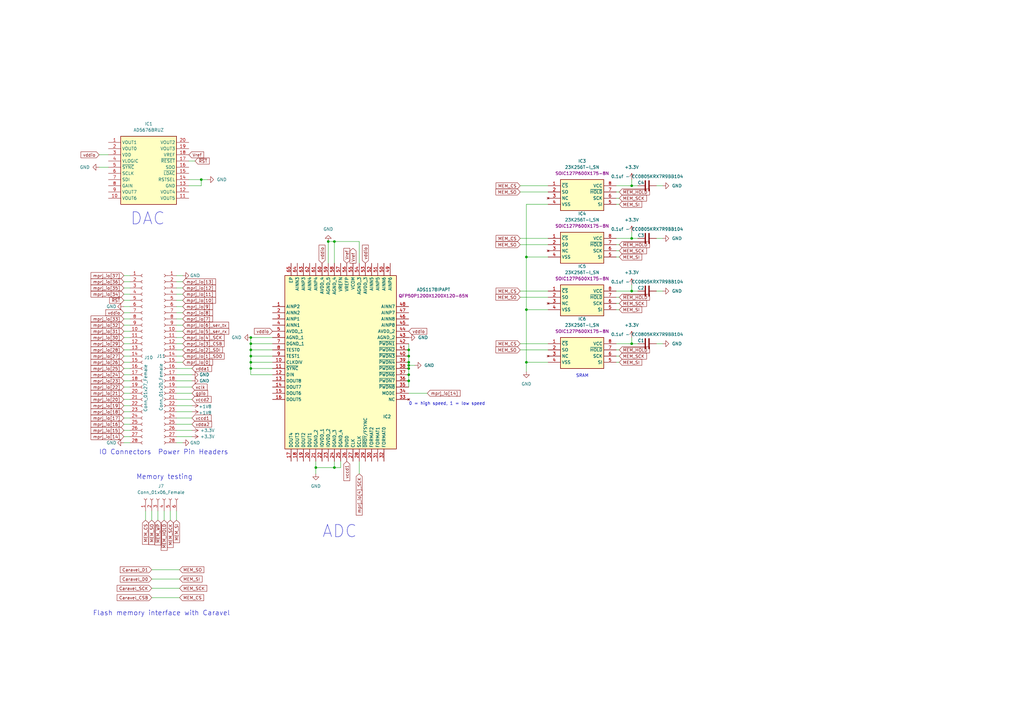
<source format=kicad_sch>
(kicad_sch (version 20230121) (generator eeschema)

  (uuid 6d7a4d05-3bd6-4623-a293-816712af04ea)

  (paper "A3")

  (lib_symbols
    (symbol "Connector:Conn_01x06_Female" (pin_names (offset 1.016) hide) (in_bom yes) (on_board yes)
      (property "Reference" "J" (at 0 7.62 0)
        (effects (font (size 1.27 1.27)))
      )
      (property "Value" "Conn_01x06_Female" (at 0 -10.16 0)
        (effects (font (size 1.27 1.27)))
      )
      (property "Footprint" "" (at 0 0 0)
        (effects (font (size 1.27 1.27)) hide)
      )
      (property "Datasheet" "~" (at 0 0 0)
        (effects (font (size 1.27 1.27)) hide)
      )
      (property "ki_keywords" "connector" (at 0 0 0)
        (effects (font (size 1.27 1.27)) hide)
      )
      (property "ki_description" "Generic connector, single row, 01x06, script generated (kicad-library-utils/schlib/autogen/connector/)" (at 0 0 0)
        (effects (font (size 1.27 1.27)) hide)
      )
      (property "ki_fp_filters" "Connector*:*_1x??_*" (at 0 0 0)
        (effects (font (size 1.27 1.27)) hide)
      )
      (symbol "Conn_01x06_Female_1_1"
        (arc (start 0 -7.112) (mid -0.5058 -7.62) (end 0 -8.128)
          (stroke (width 0.1524) (type default))
          (fill (type none))
        )
        (arc (start 0 -4.572) (mid -0.5058 -5.08) (end 0 -5.588)
          (stroke (width 0.1524) (type default))
          (fill (type none))
        )
        (arc (start 0 -2.032) (mid -0.5058 -2.54) (end 0 -3.048)
          (stroke (width 0.1524) (type default))
          (fill (type none))
        )
        (polyline
          (pts
            (xy -1.27 -7.62)
            (xy -0.508 -7.62)
          )
          (stroke (width 0.1524) (type default))
          (fill (type none))
        )
        (polyline
          (pts
            (xy -1.27 -5.08)
            (xy -0.508 -5.08)
          )
          (stroke (width 0.1524) (type default))
          (fill (type none))
        )
        (polyline
          (pts
            (xy -1.27 -2.54)
            (xy -0.508 -2.54)
          )
          (stroke (width 0.1524) (type default))
          (fill (type none))
        )
        (polyline
          (pts
            (xy -1.27 0)
            (xy -0.508 0)
          )
          (stroke (width 0.1524) (type default))
          (fill (type none))
        )
        (polyline
          (pts
            (xy -1.27 2.54)
            (xy -0.508 2.54)
          )
          (stroke (width 0.1524) (type default))
          (fill (type none))
        )
        (polyline
          (pts
            (xy -1.27 5.08)
            (xy -0.508 5.08)
          )
          (stroke (width 0.1524) (type default))
          (fill (type none))
        )
        (arc (start 0 0.508) (mid -0.5058 0) (end 0 -0.508)
          (stroke (width 0.1524) (type default))
          (fill (type none))
        )
        (arc (start 0 3.048) (mid -0.5058 2.54) (end 0 2.032)
          (stroke (width 0.1524) (type default))
          (fill (type none))
        )
        (arc (start 0 5.588) (mid -0.5058 5.08) (end 0 4.572)
          (stroke (width 0.1524) (type default))
          (fill (type none))
        )
        (pin passive line (at -5.08 5.08 0) (length 3.81)
          (name "Pin_1" (effects (font (size 1.27 1.27))))
          (number "1" (effects (font (size 1.27 1.27))))
        )
        (pin passive line (at -5.08 2.54 0) (length 3.81)
          (name "Pin_2" (effects (font (size 1.27 1.27))))
          (number "2" (effects (font (size 1.27 1.27))))
        )
        (pin passive line (at -5.08 0 0) (length 3.81)
          (name "Pin_3" (effects (font (size 1.27 1.27))))
          (number "3" (effects (font (size 1.27 1.27))))
        )
        (pin passive line (at -5.08 -2.54 0) (length 3.81)
          (name "Pin_4" (effects (font (size 1.27 1.27))))
          (number "4" (effects (font (size 1.27 1.27))))
        )
        (pin passive line (at -5.08 -5.08 0) (length 3.81)
          (name "Pin_5" (effects (font (size 1.27 1.27))))
          (number "5" (effects (font (size 1.27 1.27))))
        )
        (pin passive line (at -5.08 -7.62 0) (length 3.81)
          (name "Pin_6" (effects (font (size 1.27 1.27))))
          (number "6" (effects (font (size 1.27 1.27))))
        )
      )
    )
    (symbol "Connector:Conn_01x28_Female" (pin_names (offset 1.016) hide) (in_bom yes) (on_board yes)
      (property "Reference" "J" (at 0 35.56 0)
        (effects (font (size 1.27 1.27)))
      )
      (property "Value" "Conn_01x28_Female" (at 0 -38.1 0)
        (effects (font (size 1.27 1.27)))
      )
      (property "Footprint" "" (at 0 0 0)
        (effects (font (size 1.27 1.27)) hide)
      )
      (property "Datasheet" "~" (at 0 0 0)
        (effects (font (size 1.27 1.27)) hide)
      )
      (property "ki_keywords" "connector" (at 0 0 0)
        (effects (font (size 1.27 1.27)) hide)
      )
      (property "ki_description" "Generic connector, single row, 01x28, script generated (kicad-library-utils/schlib/autogen/connector/)" (at 0 0 0)
        (effects (font (size 1.27 1.27)) hide)
      )
      (property "ki_fp_filters" "Connector*:*_1x??_*" (at 0 0 0)
        (effects (font (size 1.27 1.27)) hide)
      )
      (symbol "Conn_01x28_Female_1_1"
        (arc (start 0 -35.052) (mid -0.5058 -35.56) (end 0 -36.068)
          (stroke (width 0.1524) (type default))
          (fill (type none))
        )
        (arc (start 0 -32.512) (mid -0.5058 -33.02) (end 0 -33.528)
          (stroke (width 0.1524) (type default))
          (fill (type none))
        )
        (arc (start 0 -29.972) (mid -0.5058 -30.48) (end 0 -30.988)
          (stroke (width 0.1524) (type default))
          (fill (type none))
        )
        (arc (start 0 -27.432) (mid -0.5058 -27.94) (end 0 -28.448)
          (stroke (width 0.1524) (type default))
          (fill (type none))
        )
        (arc (start 0 -24.892) (mid -0.5058 -25.4) (end 0 -25.908)
          (stroke (width 0.1524) (type default))
          (fill (type none))
        )
        (arc (start 0 -22.352) (mid -0.5058 -22.86) (end 0 -23.368)
          (stroke (width 0.1524) (type default))
          (fill (type none))
        )
        (arc (start 0 -19.812) (mid -0.5058 -20.32) (end 0 -20.828)
          (stroke (width 0.1524) (type default))
          (fill (type none))
        )
        (arc (start 0 -17.272) (mid -0.5058 -17.78) (end 0 -18.288)
          (stroke (width 0.1524) (type default))
          (fill (type none))
        )
        (arc (start 0 -14.732) (mid -0.5058 -15.24) (end 0 -15.748)
          (stroke (width 0.1524) (type default))
          (fill (type none))
        )
        (arc (start 0 -12.192) (mid -0.5058 -12.7) (end 0 -13.208)
          (stroke (width 0.1524) (type default))
          (fill (type none))
        )
        (arc (start 0 -9.652) (mid -0.5058 -10.16) (end 0 -10.668)
          (stroke (width 0.1524) (type default))
          (fill (type none))
        )
        (arc (start 0 -7.112) (mid -0.5058 -7.62) (end 0 -8.128)
          (stroke (width 0.1524) (type default))
          (fill (type none))
        )
        (arc (start 0 -4.572) (mid -0.5058 -5.08) (end 0 -5.588)
          (stroke (width 0.1524) (type default))
          (fill (type none))
        )
        (arc (start 0 -2.032) (mid -0.5058 -2.54) (end 0 -3.048)
          (stroke (width 0.1524) (type default))
          (fill (type none))
        )
        (polyline
          (pts
            (xy -1.27 -35.56)
            (xy -0.508 -35.56)
          )
          (stroke (width 0.1524) (type default))
          (fill (type none))
        )
        (polyline
          (pts
            (xy -1.27 -33.02)
            (xy -0.508 -33.02)
          )
          (stroke (width 0.1524) (type default))
          (fill (type none))
        )
        (polyline
          (pts
            (xy -1.27 -30.48)
            (xy -0.508 -30.48)
          )
          (stroke (width 0.1524) (type default))
          (fill (type none))
        )
        (polyline
          (pts
            (xy -1.27 -27.94)
            (xy -0.508 -27.94)
          )
          (stroke (width 0.1524) (type default))
          (fill (type none))
        )
        (polyline
          (pts
            (xy -1.27 -25.4)
            (xy -0.508 -25.4)
          )
          (stroke (width 0.1524) (type default))
          (fill (type none))
        )
        (polyline
          (pts
            (xy -1.27 -22.86)
            (xy -0.508 -22.86)
          )
          (stroke (width 0.1524) (type default))
          (fill (type none))
        )
        (polyline
          (pts
            (xy -1.27 -20.32)
            (xy -0.508 -20.32)
          )
          (stroke (width 0.1524) (type default))
          (fill (type none))
        )
        (polyline
          (pts
            (xy -1.27 -17.78)
            (xy -0.508 -17.78)
          )
          (stroke (width 0.1524) (type default))
          (fill (type none))
        )
        (polyline
          (pts
            (xy -1.27 -15.24)
            (xy -0.508 -15.24)
          )
          (stroke (width 0.1524) (type default))
          (fill (type none))
        )
        (polyline
          (pts
            (xy -1.27 -12.7)
            (xy -0.508 -12.7)
          )
          (stroke (width 0.1524) (type default))
          (fill (type none))
        )
        (polyline
          (pts
            (xy -1.27 -10.16)
            (xy -0.508 -10.16)
          )
          (stroke (width 0.1524) (type default))
          (fill (type none))
        )
        (polyline
          (pts
            (xy -1.27 -7.62)
            (xy -0.508 -7.62)
          )
          (stroke (width 0.1524) (type default))
          (fill (type none))
        )
        (polyline
          (pts
            (xy -1.27 -5.08)
            (xy -0.508 -5.08)
          )
          (stroke (width 0.1524) (type default))
          (fill (type none))
        )
        (polyline
          (pts
            (xy -1.27 -2.54)
            (xy -0.508 -2.54)
          )
          (stroke (width 0.1524) (type default))
          (fill (type none))
        )
        (polyline
          (pts
            (xy -1.27 0)
            (xy -0.508 0)
          )
          (stroke (width 0.1524) (type default))
          (fill (type none))
        )
        (polyline
          (pts
            (xy -1.27 2.54)
            (xy -0.508 2.54)
          )
          (stroke (width 0.1524) (type default))
          (fill (type none))
        )
        (polyline
          (pts
            (xy -1.27 5.08)
            (xy -0.508 5.08)
          )
          (stroke (width 0.1524) (type default))
          (fill (type none))
        )
        (polyline
          (pts
            (xy -1.27 7.62)
            (xy -0.508 7.62)
          )
          (stroke (width 0.1524) (type default))
          (fill (type none))
        )
        (polyline
          (pts
            (xy -1.27 10.16)
            (xy -0.508 10.16)
          )
          (stroke (width 0.1524) (type default))
          (fill (type none))
        )
        (polyline
          (pts
            (xy -1.27 12.7)
            (xy -0.508 12.7)
          )
          (stroke (width 0.1524) (type default))
          (fill (type none))
        )
        (polyline
          (pts
            (xy -1.27 15.24)
            (xy -0.508 15.24)
          )
          (stroke (width 0.1524) (type default))
          (fill (type none))
        )
        (polyline
          (pts
            (xy -1.27 17.78)
            (xy -0.508 17.78)
          )
          (stroke (width 0.1524) (type default))
          (fill (type none))
        )
        (polyline
          (pts
            (xy -1.27 20.32)
            (xy -0.508 20.32)
          )
          (stroke (width 0.1524) (type default))
          (fill (type none))
        )
        (polyline
          (pts
            (xy -1.27 22.86)
            (xy -0.508 22.86)
          )
          (stroke (width 0.1524) (type default))
          (fill (type none))
        )
        (polyline
          (pts
            (xy -1.27 25.4)
            (xy -0.508 25.4)
          )
          (stroke (width 0.1524) (type default))
          (fill (type none))
        )
        (polyline
          (pts
            (xy -1.27 27.94)
            (xy -0.508 27.94)
          )
          (stroke (width 0.1524) (type default))
          (fill (type none))
        )
        (polyline
          (pts
            (xy -1.27 30.48)
            (xy -0.508 30.48)
          )
          (stroke (width 0.1524) (type default))
          (fill (type none))
        )
        (polyline
          (pts
            (xy -1.27 33.02)
            (xy -0.508 33.02)
          )
          (stroke (width 0.1524) (type default))
          (fill (type none))
        )
        (arc (start 0 0.508) (mid -0.5058 0) (end 0 -0.508)
          (stroke (width 0.1524) (type default))
          (fill (type none))
        )
        (arc (start 0 3.048) (mid -0.5058 2.54) (end 0 2.032)
          (stroke (width 0.1524) (type default))
          (fill (type none))
        )
        (arc (start 0 5.588) (mid -0.5058 5.08) (end 0 4.572)
          (stroke (width 0.1524) (type default))
          (fill (type none))
        )
        (arc (start 0 8.128) (mid -0.5058 7.62) (end 0 7.112)
          (stroke (width 0.1524) (type default))
          (fill (type none))
        )
        (arc (start 0 10.668) (mid -0.5058 10.16) (end 0 9.652)
          (stroke (width 0.1524) (type default))
          (fill (type none))
        )
        (arc (start 0 13.208) (mid -0.5058 12.7) (end 0 12.192)
          (stroke (width 0.1524) (type default))
          (fill (type none))
        )
        (arc (start 0 15.748) (mid -0.5058 15.24) (end 0 14.732)
          (stroke (width 0.1524) (type default))
          (fill (type none))
        )
        (arc (start 0 18.288) (mid -0.5058 17.78) (end 0 17.272)
          (stroke (width 0.1524) (type default))
          (fill (type none))
        )
        (arc (start 0 20.828) (mid -0.5058 20.32) (end 0 19.812)
          (stroke (width 0.1524) (type default))
          (fill (type none))
        )
        (arc (start 0 23.368) (mid -0.5058 22.86) (end 0 22.352)
          (stroke (width 0.1524) (type default))
          (fill (type none))
        )
        (arc (start 0 25.908) (mid -0.5058 25.4) (end 0 24.892)
          (stroke (width 0.1524) (type default))
          (fill (type none))
        )
        (arc (start 0 28.448) (mid -0.5058 27.94) (end 0 27.432)
          (stroke (width 0.1524) (type default))
          (fill (type none))
        )
        (arc (start 0 30.988) (mid -0.5058 30.48) (end 0 29.972)
          (stroke (width 0.1524) (type default))
          (fill (type none))
        )
        (arc (start 0 33.528) (mid -0.5058 33.02) (end 0 32.512)
          (stroke (width 0.1524) (type default))
          (fill (type none))
        )
        (pin passive line (at -5.08 33.02 0) (length 3.81)
          (name "Pin_1" (effects (font (size 1.27 1.27))))
          (number "1" (effects (font (size 1.27 1.27))))
        )
        (pin passive line (at -5.08 10.16 0) (length 3.81)
          (name "Pin_10" (effects (font (size 1.27 1.27))))
          (number "10" (effects (font (size 1.27 1.27))))
        )
        (pin passive line (at -5.08 7.62 0) (length 3.81)
          (name "Pin_11" (effects (font (size 1.27 1.27))))
          (number "11" (effects (font (size 1.27 1.27))))
        )
        (pin passive line (at -5.08 5.08 0) (length 3.81)
          (name "Pin_12" (effects (font (size 1.27 1.27))))
          (number "12" (effects (font (size 1.27 1.27))))
        )
        (pin passive line (at -5.08 2.54 0) (length 3.81)
          (name "Pin_13" (effects (font (size 1.27 1.27))))
          (number "13" (effects (font (size 1.27 1.27))))
        )
        (pin passive line (at -5.08 0 0) (length 3.81)
          (name "Pin_14" (effects (font (size 1.27 1.27))))
          (number "14" (effects (font (size 1.27 1.27))))
        )
        (pin passive line (at -5.08 -2.54 0) (length 3.81)
          (name "Pin_15" (effects (font (size 1.27 1.27))))
          (number "15" (effects (font (size 1.27 1.27))))
        )
        (pin passive line (at -5.08 -5.08 0) (length 3.81)
          (name "Pin_16" (effects (font (size 1.27 1.27))))
          (number "16" (effects (font (size 1.27 1.27))))
        )
        (pin passive line (at -5.08 -7.62 0) (length 3.81)
          (name "Pin_17" (effects (font (size 1.27 1.27))))
          (number "17" (effects (font (size 1.27 1.27))))
        )
        (pin passive line (at -5.08 -10.16 0) (length 3.81)
          (name "Pin_18" (effects (font (size 1.27 1.27))))
          (number "18" (effects (font (size 1.27 1.27))))
        )
        (pin passive line (at -5.08 -12.7 0) (length 3.81)
          (name "Pin_19" (effects (font (size 1.27 1.27))))
          (number "19" (effects (font (size 1.27 1.27))))
        )
        (pin passive line (at -5.08 30.48 0) (length 3.81)
          (name "Pin_2" (effects (font (size 1.27 1.27))))
          (number "2" (effects (font (size 1.27 1.27))))
        )
        (pin passive line (at -5.08 -15.24 0) (length 3.81)
          (name "Pin_20" (effects (font (size 1.27 1.27))))
          (number "20" (effects (font (size 1.27 1.27))))
        )
        (pin passive line (at -5.08 -17.78 0) (length 3.81)
          (name "Pin_21" (effects (font (size 1.27 1.27))))
          (number "21" (effects (font (size 1.27 1.27))))
        )
        (pin passive line (at -5.08 -20.32 0) (length 3.81)
          (name "Pin_22" (effects (font (size 1.27 1.27))))
          (number "22" (effects (font (size 1.27 1.27))))
        )
        (pin passive line (at -5.08 -22.86 0) (length 3.81)
          (name "Pin_23" (effects (font (size 1.27 1.27))))
          (number "23" (effects (font (size 1.27 1.27))))
        )
        (pin passive line (at -5.08 -25.4 0) (length 3.81)
          (name "Pin_24" (effects (font (size 1.27 1.27))))
          (number "24" (effects (font (size 1.27 1.27))))
        )
        (pin passive line (at -5.08 -27.94 0) (length 3.81)
          (name "Pin_25" (effects (font (size 1.27 1.27))))
          (number "25" (effects (font (size 1.27 1.27))))
        )
        (pin passive line (at -5.08 -30.48 0) (length 3.81)
          (name "Pin_26" (effects (font (size 1.27 1.27))))
          (number "26" (effects (font (size 1.27 1.27))))
        )
        (pin passive line (at -5.08 -33.02 0) (length 3.81)
          (name "Pin_27" (effects (font (size 1.27 1.27))))
          (number "27" (effects (font (size 1.27 1.27))))
        )
        (pin passive line (at -5.08 -35.56 0) (length 3.81)
          (name "Pin_28" (effects (font (size 1.27 1.27))))
          (number "28" (effects (font (size 1.27 1.27))))
        )
        (pin passive line (at -5.08 27.94 0) (length 3.81)
          (name "Pin_3" (effects (font (size 1.27 1.27))))
          (number "3" (effects (font (size 1.27 1.27))))
        )
        (pin passive line (at -5.08 25.4 0) (length 3.81)
          (name "Pin_4" (effects (font (size 1.27 1.27))))
          (number "4" (effects (font (size 1.27 1.27))))
        )
        (pin passive line (at -5.08 22.86 0) (length 3.81)
          (name "Pin_5" (effects (font (size 1.27 1.27))))
          (number "5" (effects (font (size 1.27 1.27))))
        )
        (pin passive line (at -5.08 20.32 0) (length 3.81)
          (name "Pin_6" (effects (font (size 1.27 1.27))))
          (number "6" (effects (font (size 1.27 1.27))))
        )
        (pin passive line (at -5.08 17.78 0) (length 3.81)
          (name "Pin_7" (effects (font (size 1.27 1.27))))
          (number "7" (effects (font (size 1.27 1.27))))
        )
        (pin passive line (at -5.08 15.24 0) (length 3.81)
          (name "Pin_8" (effects (font (size 1.27 1.27))))
          (number "8" (effects (font (size 1.27 1.27))))
        )
        (pin passive line (at -5.08 12.7 0) (length 3.81)
          (name "Pin_9" (effects (font (size 1.27 1.27))))
          (number "9" (effects (font (size 1.27 1.27))))
        )
      )
    )
    (symbol "Device:C" (pin_numbers hide) (pin_names (offset 0.254)) (in_bom yes) (on_board yes)
      (property "Reference" "C" (at 0.635 2.54 0)
        (effects (font (size 1.27 1.27)) (justify left))
      )
      (property "Value" "C" (at 0.635 -2.54 0)
        (effects (font (size 1.27 1.27)) (justify left))
      )
      (property "Footprint" "" (at 0.9652 -3.81 0)
        (effects (font (size 1.27 1.27)) hide)
      )
      (property "Datasheet" "~" (at 0 0 0)
        (effects (font (size 1.27 1.27)) hide)
      )
      (property "ki_keywords" "cap capacitor" (at 0 0 0)
        (effects (font (size 1.27 1.27)) hide)
      )
      (property "ki_description" "Unpolarized capacitor" (at 0 0 0)
        (effects (font (size 1.27 1.27)) hide)
      )
      (property "ki_fp_filters" "C_*" (at 0 0 0)
        (effects (font (size 1.27 1.27)) hide)
      )
      (symbol "C_0_1"
        (polyline
          (pts
            (xy -2.032 -0.762)
            (xy 2.032 -0.762)
          )
          (stroke (width 0.508) (type default))
          (fill (type none))
        )
        (polyline
          (pts
            (xy -2.032 0.762)
            (xy 2.032 0.762)
          )
          (stroke (width 0.508) (type default))
          (fill (type none))
        )
      )
      (symbol "C_1_1"
        (pin passive line (at 0 3.81 270) (length 2.794)
          (name "~" (effects (font (size 1.27 1.27))))
          (number "1" (effects (font (size 1.27 1.27))))
        )
        (pin passive line (at 0 -3.81 90) (length 2.794)
          (name "~" (effects (font (size 1.27 1.27))))
          (number "2" (effects (font (size 1.27 1.27))))
        )
      )
    )
    (symbol "SeniorDesign:23K256T-I_SN" (in_bom yes) (on_board yes)
      (property "Reference" "IC" (at 24.13 7.62 0)
        (effects (font (size 1.27 1.27)) (justify left top))
      )
      (property "Value" "23K256T-I_SN" (at 24.13 5.08 0)
        (effects (font (size 1.27 1.27)) (justify left top))
      )
      (property "Footprint" "SOIC127P600X175-8N" (at 24.13 -94.92 0)
        (effects (font (size 1.27 1.27)) (justify left top))
      )
      (property "Datasheet" "http://www.microchip.com/mymicrochip/filehandler.aspx?ddocname=en538987" (at 24.13 -194.92 0)
        (effects (font (size 1.27 1.27)) (justify left top) hide)
      )
      (property "Height" "1.75" (at 24.13 -394.92 0)
        (effects (font (size 1.27 1.27)) (justify left top) hide)
      )
      (property "Mouser Part Number" "579-23K256T-I/SN" (at 24.13 -494.92 0)
        (effects (font (size 1.27 1.27)) (justify left top) hide)
      )
      (property "Mouser Price/Stock" "https://www.mouser.co.uk/ProductDetail/Microchip-Technology/23K256T-I-SN?qs=WqWCsLCZBkrW0gQUpsAlpw%3D%3D" (at 24.13 -594.92 0)
        (effects (font (size 1.27 1.27)) (justify left top) hide)
      )
      (property "Manufacturer_Name" "Microchip" (at 24.13 -694.92 0)
        (effects (font (size 1.27 1.27)) (justify left top) hide)
      )
      (property "Manufacturer_Part_Number" "23K256T-I/SN" (at 24.13 -794.92 0)
        (effects (font (size 1.27 1.27)) (justify left top) hide)
      )
      (property "ki_description" "MICROCHIP - 23K256T-I/SN - 256K, 32K X 8  2.7V SERIAL SRAM, IND , 8 SOIC 3.90mm(.150in) T/R" (at 0 0 0)
        (effects (font (size 1.27 1.27)) hide)
      )
      (symbol "23K256T-I_SN_1_1"
        (rectangle (start 5.08 2.54) (end 22.86 -10.16)
          (stroke (width 0.254) (type default))
          (fill (type background))
        )
        (pin passive line (at 0 0 0) (length 5.08)
          (name "~{CS}" (effects (font (size 1.27 1.27))))
          (number "1" (effects (font (size 1.27 1.27))))
        )
        (pin passive line (at 0 -2.54 0) (length 5.08)
          (name "SO" (effects (font (size 1.27 1.27))))
          (number "2" (effects (font (size 1.27 1.27))))
        )
        (pin no_connect line (at 0 -5.08 0) (length 5.08)
          (name "NC" (effects (font (size 1.27 1.27))))
          (number "3" (effects (font (size 1.27 1.27))))
        )
        (pin passive line (at 0 -7.62 0) (length 5.08)
          (name "VSS" (effects (font (size 1.27 1.27))))
          (number "4" (effects (font (size 1.27 1.27))))
        )
        (pin passive line (at 27.94 -7.62 180) (length 5.08)
          (name "SI" (effects (font (size 1.27 1.27))))
          (number "5" (effects (font (size 1.27 1.27))))
        )
        (pin passive line (at 27.94 -5.08 180) (length 5.08)
          (name "SCK" (effects (font (size 1.27 1.27))))
          (number "6" (effects (font (size 1.27 1.27))))
        )
        (pin passive line (at 27.94 -2.54 180) (length 5.08)
          (name "~{HOLD}" (effects (font (size 1.27 1.27))))
          (number "7" (effects (font (size 1.27 1.27))))
        )
        (pin passive line (at 27.94 0 180) (length 5.08)
          (name "VCC" (effects (font (size 1.27 1.27))))
          (number "8" (effects (font (size 1.27 1.27))))
        )
      )
    )
    (symbol "SeniorDesign:AD5676BRUZ" (in_bom yes) (on_board yes)
      (property "Reference" "IC" (at 29.21 7.62 0)
        (effects (font (size 1.27 1.27)) (justify left top))
      )
      (property "Value" "AD5676BRUZ" (at 29.21 5.08 0)
        (effects (font (size 1.27 1.27)) (justify left top))
      )
      (property "Footprint" "SeniorDesign:SOP65P640X120-20N" (at 29.21 -94.92 0)
        (effects (font (size 1.27 1.27)) (justify left top) hide)
      )
      (property "Datasheet" "https://www.analog.com/AD5676/datasheet" (at 29.21 -194.92 0)
        (effects (font (size 1.27 1.27)) (justify left top) hide)
      )
      (property "Height" "1.2" (at 29.21 -394.92 0)
        (effects (font (size 1.27 1.27)) (justify left top) hide)
      )
      (property "Mouser Part Number" "584-AD5676BRUZ" (at 29.21 -494.92 0)
        (effects (font (size 1.27 1.27)) (justify left top) hide)
      )
      (property "Mouser Price/Stock" "https://www.mouser.co.uk/ProductDetail/Analog-Devices/AD5676BRUZ?qs=wFnXgzJ2EGOPYiGYxEQKHA%3D%3D" (at 29.21 -594.92 0)
        (effects (font (size 1.27 1.27)) (justify left top) hide)
      )
      (property "Manufacturer_Name" "Analog Devices" (at 29.21 -694.92 0)
        (effects (font (size 1.27 1.27)) (justify left top) hide)
      )
      (property "Manufacturer_Part_Number" "AD5676BRUZ" (at 29.21 -794.92 0)
        (effects (font (size 1.27 1.27)) (justify left top) hide)
      )
      (property "ki_description" "Octal, 16-Bit nanoDAC+ with SPI Interface" (at 0 0 0)
        (effects (font (size 1.27 1.27)) hide)
      )
      (symbol "AD5676BRUZ_1_1"
        (rectangle (start 5.08 2.54) (end 27.94 -25.4)
          (stroke (width 0.254) (type default))
          (fill (type background))
        )
        (pin passive line (at 0 0 0) (length 5.08)
          (name "VOUT1" (effects (font (size 1.27 1.27))))
          (number "1" (effects (font (size 1.27 1.27))))
        )
        (pin passive line (at 0 -22.86 0) (length 5.08)
          (name "VOUT6" (effects (font (size 1.27 1.27))))
          (number "10" (effects (font (size 1.27 1.27))))
        )
        (pin passive line (at 33.02 -22.86 180) (length 5.08)
          (name "VOUT5" (effects (font (size 1.27 1.27))))
          (number "11" (effects (font (size 1.27 1.27))))
        )
        (pin passive line (at 33.02 -20.32 180) (length 5.08)
          (name "VOUT4" (effects (font (size 1.27 1.27))))
          (number "12" (effects (font (size 1.27 1.27))))
        )
        (pin passive line (at 33.02 -17.78 180) (length 5.08)
          (name "GND" (effects (font (size 1.27 1.27))))
          (number "13" (effects (font (size 1.27 1.27))))
        )
        (pin passive line (at 33.02 -15.24 180) (length 5.08)
          (name "RSTSEL" (effects (font (size 1.27 1.27))))
          (number "14" (effects (font (size 1.27 1.27))))
        )
        (pin passive line (at 33.02 -12.7 180) (length 5.08)
          (name "~{LDAC}" (effects (font (size 1.27 1.27))))
          (number "15" (effects (font (size 1.27 1.27))))
        )
        (pin passive line (at 33.02 -10.16 180) (length 5.08)
          (name "SDO" (effects (font (size 1.27 1.27))))
          (number "16" (effects (font (size 1.27 1.27))))
        )
        (pin passive line (at 33.02 -7.62 180) (length 5.08)
          (name "~{RESET}" (effects (font (size 1.27 1.27))))
          (number "17" (effects (font (size 1.27 1.27))))
        )
        (pin passive line (at 33.02 -5.08 180) (length 5.08)
          (name "VREF" (effects (font (size 1.27 1.27))))
          (number "18" (effects (font (size 1.27 1.27))))
        )
        (pin passive line (at 33.02 -2.54 180) (length 5.08)
          (name "VOUT3" (effects (font (size 1.27 1.27))))
          (number "19" (effects (font (size 1.27 1.27))))
        )
        (pin passive line (at 0 -2.54 0) (length 5.08)
          (name "VOUT0" (effects (font (size 1.27 1.27))))
          (number "2" (effects (font (size 1.27 1.27))))
        )
        (pin passive line (at 33.02 0 180) (length 5.08)
          (name "VOUT2" (effects (font (size 1.27 1.27))))
          (number "20" (effects (font (size 1.27 1.27))))
        )
        (pin passive line (at 0 -5.08 0) (length 5.08)
          (name "VDD" (effects (font (size 1.27 1.27))))
          (number "3" (effects (font (size 1.27 1.27))))
        )
        (pin passive line (at 0 -7.62 0) (length 5.08)
          (name "VLOGIC" (effects (font (size 1.27 1.27))))
          (number "4" (effects (font (size 1.27 1.27))))
        )
        (pin passive line (at 0 -10.16 0) (length 5.08)
          (name "~{SYNC}" (effects (font (size 1.27 1.27))))
          (number "5" (effects (font (size 1.27 1.27))))
        )
        (pin passive line (at 0 -12.7 0) (length 5.08)
          (name "SCLK" (effects (font (size 1.27 1.27))))
          (number "6" (effects (font (size 1.27 1.27))))
        )
        (pin passive line (at 0 -15.24 0) (length 5.08)
          (name "SDI" (effects (font (size 1.27 1.27))))
          (number "7" (effects (font (size 1.27 1.27))))
        )
        (pin passive line (at 0 -17.78 0) (length 5.08)
          (name "GAIN" (effects (font (size 1.27 1.27))))
          (number "8" (effects (font (size 1.27 1.27))))
        )
        (pin passive line (at 0 -20.32 0) (length 5.08)
          (name "VOUT7" (effects (font (size 1.27 1.27))))
          (number "9" (effects (font (size 1.27 1.27))))
        )
      )
    )
    (symbol "SeniorDesign:ADS1178IPAPT" (in_bom yes) (on_board yes)
      (property "Reference" "IC" (at 52.07 17.78 0)
        (effects (font (size 1.27 1.27)) (justify left top))
      )
      (property "Value" "ADS1178IPAPT" (at 52.07 15.24 0)
        (effects (font (size 1.27 1.27)) (justify left top))
      )
      (property "Footprint" "QFP50P1200X1200X120-65N" (at 52.07 -84.76 0)
        (effects (font (size 1.27 1.27)) (justify left top))
      )
      (property "Datasheet" "http://www.ti.com/lit/gpn/ads1178" (at 52.07 -184.76 0)
        (effects (font (size 1.27 1.27)) (justify left top) hide)
      )
      (property "Height" "1.2" (at 52.07 -384.76 0)
        (effects (font (size 1.27 1.27)) (justify left top) hide)
      )
      (property "Mouser Part Number" "595-ADS1178IPAPT" (at 52.07 -484.76 0)
        (effects (font (size 1.27 1.27)) (justify left top) hide)
      )
      (property "Mouser Price/Stock" "https://www.mouser.com/Search/Refine.aspx?Keyword=595-ADS1178IPAPT" (at 52.07 -584.76 0)
        (effects (font (size 1.27 1.27)) (justify left top) hide)
      )
      (property "Manufacturer_Name" "Texas Instruments" (at 52.07 -684.76 0)
        (effects (font (size 1.27 1.27)) (justify left top) hide)
      )
      (property "Manufacturer_Part_Number" "ADS1178IPAPT" (at 52.07 -784.76 0)
        (effects (font (size 1.27 1.27)) (justify left top) hide)
      )
      (property "ki_description" "Texas Instruments ADS1178IPAPT, 16 bit Serial ADC, 8-channel Differential Input, 64-Pin HTQFP" (at 0 0 0)
        (effects (font (size 1.27 1.27)) hide)
      )
      (symbol "ADS1178IPAPT_1_1"
        (rectangle (start 5.08 12.7) (end 50.8 -58.42)
          (stroke (width 0.254) (type default))
          (fill (type background))
        )
        (pin passive line (at 0 0 0) (length 5.08)
          (name "AINP2" (effects (font (size 1.27 1.27))))
          (number "1" (effects (font (size 1.27 1.27))))
        )
        (pin passive line (at 0 -22.86 0) (length 5.08)
          (name "CLKDIV" (effects (font (size 1.27 1.27))))
          (number "10" (effects (font (size 1.27 1.27))))
        )
        (pin passive line (at 0 -25.4 0) (length 5.08)
          (name "~{SYNC}" (effects (font (size 1.27 1.27))))
          (number "11" (effects (font (size 1.27 1.27))))
        )
        (pin passive line (at 0 -27.94 0) (length 5.08)
          (name "DIN" (effects (font (size 1.27 1.27))))
          (number "12" (effects (font (size 1.27 1.27))))
        )
        (pin passive line (at 0 -30.48 0) (length 5.08)
          (name "DOUT8" (effects (font (size 1.27 1.27))))
          (number "13" (effects (font (size 1.27 1.27))))
        )
        (pin passive line (at 0 -33.02 0) (length 5.08)
          (name "DOUT7" (effects (font (size 1.27 1.27))))
          (number "14" (effects (font (size 1.27 1.27))))
        )
        (pin passive line (at 0 -35.56 0) (length 5.08)
          (name "DOUT6" (effects (font (size 1.27 1.27))))
          (number "15" (effects (font (size 1.27 1.27))))
        )
        (pin passive line (at 0 -38.1 0) (length 5.08)
          (name "DOUT5" (effects (font (size 1.27 1.27))))
          (number "16" (effects (font (size 1.27 1.27))))
        )
        (pin passive line (at 7.62 -63.5 90) (length 5.08)
          (name "DOUT4" (effects (font (size 1.27 1.27))))
          (number "17" (effects (font (size 1.27 1.27))))
        )
        (pin passive line (at 10.16 -63.5 90) (length 5.08)
          (name "DOUT3" (effects (font (size 1.27 1.27))))
          (number "18" (effects (font (size 1.27 1.27))))
        )
        (pin passive line (at 12.7 -63.5 90) (length 5.08)
          (name "DOUT2" (effects (font (size 1.27 1.27))))
          (number "19" (effects (font (size 1.27 1.27))))
        )
        (pin passive line (at 0 -2.54 0) (length 5.08)
          (name "AINN2" (effects (font (size 1.27 1.27))))
          (number "2" (effects (font (size 1.27 1.27))))
        )
        (pin passive line (at 15.24 -63.5 90) (length 5.08)
          (name "DOUT1" (effects (font (size 1.27 1.27))))
          (number "20" (effects (font (size 1.27 1.27))))
        )
        (pin passive line (at 17.78 -63.5 90) (length 5.08)
          (name "DGND_2" (effects (font (size 1.27 1.27))))
          (number "21" (effects (font (size 1.27 1.27))))
        )
        (pin passive line (at 20.32 -63.5 90) (length 5.08)
          (name "IOVDD_1" (effects (font (size 1.27 1.27))))
          (number "22" (effects (font (size 1.27 1.27))))
        )
        (pin passive line (at 22.86 -63.5 90) (length 5.08)
          (name "IOVDD_2" (effects (font (size 1.27 1.27))))
          (number "23" (effects (font (size 1.27 1.27))))
        )
        (pin passive line (at 25.4 -63.5 90) (length 5.08)
          (name "DGND_3" (effects (font (size 1.27 1.27))))
          (number "24" (effects (font (size 1.27 1.27))))
        )
        (pin passive line (at 27.94 -63.5 90) (length 5.08)
          (name "DGND_4" (effects (font (size 1.27 1.27))))
          (number "25" (effects (font (size 1.27 1.27))))
        )
        (pin passive line (at 30.48 -63.5 90) (length 5.08)
          (name "DVDD" (effects (font (size 1.27 1.27))))
          (number "26" (effects (font (size 1.27 1.27))))
        )
        (pin passive line (at 33.02 -63.5 90) (length 5.08)
          (name "CLK" (effects (font (size 1.27 1.27))))
          (number "27" (effects (font (size 1.27 1.27))))
        )
        (pin passive line (at 35.56 -63.5 90) (length 5.08)
          (name "SCLK" (effects (font (size 1.27 1.27))))
          (number "28" (effects (font (size 1.27 1.27))))
        )
        (pin passive line (at 38.1 -63.5 90) (length 5.08)
          (name "~{DRDY}/FSYNC" (effects (font (size 1.27 1.27))))
          (number "29" (effects (font (size 1.27 1.27))))
        )
        (pin passive line (at 0 -5.08 0) (length 5.08)
          (name "AINP1" (effects (font (size 1.27 1.27))))
          (number "3" (effects (font (size 1.27 1.27))))
        )
        (pin passive line (at 40.64 -63.5 90) (length 5.08)
          (name "FORMAT2" (effects (font (size 1.27 1.27))))
          (number "30" (effects (font (size 1.27 1.27))))
        )
        (pin passive line (at 43.18 -63.5 90) (length 5.08)
          (name "FORMAT1" (effects (font (size 1.27 1.27))))
          (number "31" (effects (font (size 1.27 1.27))))
        )
        (pin passive line (at 45.72 -63.5 90) (length 5.08)
          (name "FORMAT0" (effects (font (size 1.27 1.27))))
          (number "32" (effects (font (size 1.27 1.27))))
        )
        (pin no_connect line (at 55.88 -38.1 180) (length 5.08)
          (name "NC" (effects (font (size 1.27 1.27))))
          (number "33" (effects (font (size 1.27 1.27))))
        )
        (pin passive line (at 55.88 -35.56 180) (length 5.08)
          (name "MODE" (effects (font (size 1.27 1.27))))
          (number "34" (effects (font (size 1.27 1.27))))
        )
        (pin passive line (at 55.88 -33.02 180) (length 5.08)
          (name "~{PWDN8}" (effects (font (size 1.27 1.27))))
          (number "35" (effects (font (size 1.27 1.27))))
        )
        (pin passive line (at 55.88 -30.48 180) (length 5.08)
          (name "~{PWDN7}" (effects (font (size 1.27 1.27))))
          (number "36" (effects (font (size 1.27 1.27))))
        )
        (pin passive line (at 55.88 -27.94 180) (length 5.08)
          (name "~{PWDN6}" (effects (font (size 1.27 1.27))))
          (number "37" (effects (font (size 1.27 1.27))))
        )
        (pin passive line (at 55.88 -25.4 180) (length 5.08)
          (name "~{PWDN5}" (effects (font (size 1.27 1.27))))
          (number "38" (effects (font (size 1.27 1.27))))
        )
        (pin passive line (at 55.88 -22.86 180) (length 5.08)
          (name "~{PWDN4}" (effects (font (size 1.27 1.27))))
          (number "39" (effects (font (size 1.27 1.27))))
        )
        (pin passive line (at 0 -7.62 0) (length 5.08)
          (name "AINN1" (effects (font (size 1.27 1.27))))
          (number "4" (effects (font (size 1.27 1.27))))
        )
        (pin passive line (at 55.88 -20.32 180) (length 5.08)
          (name "~{PWDN3}" (effects (font (size 1.27 1.27))))
          (number "40" (effects (font (size 1.27 1.27))))
        )
        (pin passive line (at 55.88 -17.78 180) (length 5.08)
          (name "~{PWDN2}" (effects (font (size 1.27 1.27))))
          (number "41" (effects (font (size 1.27 1.27))))
        )
        (pin passive line (at 55.88 -15.24 180) (length 5.08)
          (name "~{PWDN1}" (effects (font (size 1.27 1.27))))
          (number "42" (effects (font (size 1.27 1.27))))
        )
        (pin passive line (at 55.88 -12.7 180) (length 5.08)
          (name "AGND_2" (effects (font (size 1.27 1.27))))
          (number "43" (effects (font (size 1.27 1.27))))
        )
        (pin passive line (at 55.88 -10.16 180) (length 5.08)
          (name "AVDD_2" (effects (font (size 1.27 1.27))))
          (number "44" (effects (font (size 1.27 1.27))))
        )
        (pin passive line (at 55.88 -7.62 180) (length 5.08)
          (name "AINP8" (effects (font (size 1.27 1.27))))
          (number "45" (effects (font (size 1.27 1.27))))
        )
        (pin passive line (at 55.88 -5.08 180) (length 5.08)
          (name "AINN8" (effects (font (size 1.27 1.27))))
          (number "46" (effects (font (size 1.27 1.27))))
        )
        (pin passive line (at 55.88 -2.54 180) (length 5.08)
          (name "AINP7" (effects (font (size 1.27 1.27))))
          (number "47" (effects (font (size 1.27 1.27))))
        )
        (pin passive line (at 55.88 0 180) (length 5.08)
          (name "AINN7" (effects (font (size 1.27 1.27))))
          (number "48" (effects (font (size 1.27 1.27))))
        )
        (pin passive line (at 48.26 17.78 270) (length 5.08)
          (name "AINP6" (effects (font (size 1.27 1.27))))
          (number "49" (effects (font (size 1.27 1.27))))
        )
        (pin passive line (at 0 -10.16 0) (length 5.08)
          (name "AVDD_1" (effects (font (size 1.27 1.27))))
          (number "5" (effects (font (size 1.27 1.27))))
        )
        (pin passive line (at 45.72 17.78 270) (length 5.08)
          (name "AINN6" (effects (font (size 1.27 1.27))))
          (number "50" (effects (font (size 1.27 1.27))))
        )
        (pin passive line (at 43.18 17.78 270) (length 5.08)
          (name "AINP5" (effects (font (size 1.27 1.27))))
          (number "51" (effects (font (size 1.27 1.27))))
        )
        (pin passive line (at 40.64 17.78 270) (length 5.08)
          (name "AINN5" (effects (font (size 1.27 1.27))))
          (number "52" (effects (font (size 1.27 1.27))))
        )
        (pin passive line (at 38.1 17.78 270) (length 5.08)
          (name "AVDD_3" (effects (font (size 1.27 1.27))))
          (number "53" (effects (font (size 1.27 1.27))))
        )
        (pin passive line (at 35.56 17.78 270) (length 5.08)
          (name "AGND_3" (effects (font (size 1.27 1.27))))
          (number "54" (effects (font (size 1.27 1.27))))
        )
        (pin passive line (at 33.02 17.78 270) (length 5.08)
          (name "VCOM" (effects (font (size 1.27 1.27))))
          (number "55" (effects (font (size 1.27 1.27))))
        )
        (pin passive line (at 30.48 17.78 270) (length 5.08)
          (name "VREFP" (effects (font (size 1.27 1.27))))
          (number "56" (effects (font (size 1.27 1.27))))
        )
        (pin passive line (at 27.94 17.78 270) (length 5.08)
          (name "VREFN" (effects (font (size 1.27 1.27))))
          (number "57" (effects (font (size 1.27 1.27))))
        )
        (pin passive line (at 25.4 17.78 270) (length 5.08)
          (name "AGND_4" (effects (font (size 1.27 1.27))))
          (number "58" (effects (font (size 1.27 1.27))))
        )
        (pin passive line (at 22.86 17.78 270) (length 5.08)
          (name "AGND_5" (effects (font (size 1.27 1.27))))
          (number "59" (effects (font (size 1.27 1.27))))
        )
        (pin passive line (at 0 -12.7 0) (length 5.08)
          (name "AGND_1" (effects (font (size 1.27 1.27))))
          (number "6" (effects (font (size 1.27 1.27))))
        )
        (pin passive line (at 20.32 17.78 270) (length 5.08)
          (name "AVDD_4" (effects (font (size 1.27 1.27))))
          (number "60" (effects (font (size 1.27 1.27))))
        )
        (pin passive line (at 17.78 17.78 270) (length 5.08)
          (name "AINP4" (effects (font (size 1.27 1.27))))
          (number "61" (effects (font (size 1.27 1.27))))
        )
        (pin passive line (at 15.24 17.78 270) (length 5.08)
          (name "AINN4" (effects (font (size 1.27 1.27))))
          (number "62" (effects (font (size 1.27 1.27))))
        )
        (pin passive line (at 12.7 17.78 270) (length 5.08)
          (name "AINP3" (effects (font (size 1.27 1.27))))
          (number "63" (effects (font (size 1.27 1.27))))
        )
        (pin passive line (at 10.16 17.78 270) (length 5.08)
          (name "AINN3" (effects (font (size 1.27 1.27))))
          (number "64" (effects (font (size 1.27 1.27))))
        )
        (pin passive line (at 7.62 17.78 270) (length 5.08)
          (name "EP" (effects (font (size 1.27 1.27))))
          (number "65" (effects (font (size 1.27 1.27))))
        )
        (pin passive line (at 0 -15.24 0) (length 5.08)
          (name "DGND_1" (effects (font (size 1.27 1.27))))
          (number "7" (effects (font (size 1.27 1.27))))
        )
        (pin passive line (at 0 -17.78 0) (length 5.08)
          (name "TEST0" (effects (font (size 1.27 1.27))))
          (number "8" (effects (font (size 1.27 1.27))))
        )
        (pin passive line (at 0 -20.32 0) (length 5.08)
          (name "TEST1" (effects (font (size 1.27 1.27))))
          (number "9" (effects (font (size 1.27 1.27))))
        )
      )
    )
    (symbol "power:+1V8" (power) (pin_names (offset 0)) (in_bom yes) (on_board yes)
      (property "Reference" "#PWR" (at 0 -3.81 0)
        (effects (font (size 1.27 1.27)) hide)
      )
      (property "Value" "+1V8" (at 0 3.556 0)
        (effects (font (size 1.27 1.27)))
      )
      (property "Footprint" "" (at 0 0 0)
        (effects (font (size 1.27 1.27)) hide)
      )
      (property "Datasheet" "" (at 0 0 0)
        (effects (font (size 1.27 1.27)) hide)
      )
      (property "ki_keywords" "global power" (at 0 0 0)
        (effects (font (size 1.27 1.27)) hide)
      )
      (property "ki_description" "Power symbol creates a global label with name \"+1V8\"" (at 0 0 0)
        (effects (font (size 1.27 1.27)) hide)
      )
      (symbol "+1V8_0_1"
        (polyline
          (pts
            (xy -0.762 1.27)
            (xy 0 2.54)
          )
          (stroke (width 0) (type default))
          (fill (type none))
        )
        (polyline
          (pts
            (xy 0 0)
            (xy 0 2.54)
          )
          (stroke (width 0) (type default))
          (fill (type none))
        )
        (polyline
          (pts
            (xy 0 2.54)
            (xy 0.762 1.27)
          )
          (stroke (width 0) (type default))
          (fill (type none))
        )
      )
      (symbol "+1V8_1_1"
        (pin power_in line (at 0 0 90) (length 0) hide
          (name "+1V8" (effects (font (size 1.27 1.27))))
          (number "1" (effects (font (size 1.27 1.27))))
        )
      )
    )
    (symbol "power:+3.3V" (power) (pin_names (offset 0)) (in_bom yes) (on_board yes)
      (property "Reference" "#PWR" (at 0 -3.81 0)
        (effects (font (size 1.27 1.27)) hide)
      )
      (property "Value" "+3.3V" (at 0 3.556 0)
        (effects (font (size 1.27 1.27)))
      )
      (property "Footprint" "" (at 0 0 0)
        (effects (font (size 1.27 1.27)) hide)
      )
      (property "Datasheet" "" (at 0 0 0)
        (effects (font (size 1.27 1.27)) hide)
      )
      (property "ki_keywords" "global power" (at 0 0 0)
        (effects (font (size 1.27 1.27)) hide)
      )
      (property "ki_description" "Power symbol creates a global label with name \"+3.3V\"" (at 0 0 0)
        (effects (font (size 1.27 1.27)) hide)
      )
      (symbol "+3.3V_0_1"
        (polyline
          (pts
            (xy -0.762 1.27)
            (xy 0 2.54)
          )
          (stroke (width 0) (type default))
          (fill (type none))
        )
        (polyline
          (pts
            (xy 0 0)
            (xy 0 2.54)
          )
          (stroke (width 0) (type default))
          (fill (type none))
        )
        (polyline
          (pts
            (xy 0 2.54)
            (xy 0.762 1.27)
          )
          (stroke (width 0) (type default))
          (fill (type none))
        )
      )
      (symbol "+3.3V_1_1"
        (pin power_in line (at 0 0 90) (length 0) hide
          (name "+3.3V" (effects (font (size 1.27 1.27))))
          (number "1" (effects (font (size 1.27 1.27))))
        )
      )
    )
    (symbol "power:GND" (power) (pin_names (offset 0)) (in_bom yes) (on_board yes)
      (property "Reference" "#PWR" (at 0 -6.35 0)
        (effects (font (size 1.27 1.27)) hide)
      )
      (property "Value" "GND" (at 0 -3.81 0)
        (effects (font (size 1.27 1.27)))
      )
      (property "Footprint" "" (at 0 0 0)
        (effects (font (size 1.27 1.27)) hide)
      )
      (property "Datasheet" "" (at 0 0 0)
        (effects (font (size 1.27 1.27)) hide)
      )
      (property "ki_keywords" "global power" (at 0 0 0)
        (effects (font (size 1.27 1.27)) hide)
      )
      (property "ki_description" "Power symbol creates a global label with name \"GND\" , ground" (at 0 0 0)
        (effects (font (size 1.27 1.27)) hide)
      )
      (symbol "GND_0_1"
        (polyline
          (pts
            (xy 0 0)
            (xy 0 -1.27)
            (xy 1.27 -1.27)
            (xy 0 -2.54)
            (xy -1.27 -1.27)
            (xy 0 -1.27)
          )
          (stroke (width 0) (type default))
          (fill (type none))
        )
      )
      (symbol "GND_1_1"
        (pin power_in line (at 0 0 270) (length 0) hide
          (name "GND" (effects (font (size 1.27 1.27))))
          (number "1" (effects (font (size 1.27 1.27))))
        )
      )
    )
  )

  (junction (at 167.64 143.51) (diameter 0) (color 0 0 0 0)
    (uuid 0852aea2-3895-476d-96f0-694d3fe2f230)
  )
  (junction (at 167.64 149.86) (diameter 0) (color 0 0 0 0)
    (uuid 1f771356-854b-47cd-b557-4cae395b81e3)
  )
  (junction (at 82.55 73.66) (diameter 0) (color 0 0 0 0)
    (uuid 21b88efd-7e0e-4251-960f-6bc12fda2a02)
  )
  (junction (at 259.08 140.97) (diameter 0) (color 0 0 0 0)
    (uuid 3fc6cf87-966f-45d5-bcc9-e92a0483b6ae)
  )
  (junction (at 134.62 99.06) (diameter 0) (color 0 0 0 0)
    (uuid 5d25d155-370b-48fe-bf3d-b559c717b02d)
  )
  (junction (at 215.9 148.59) (diameter 0) (color 0 0 0 0)
    (uuid 62fc7b49-d804-4b38-ab02-462fd8a6380d)
  )
  (junction (at 129.54 191.77) (diameter 0) (color 0 0 0 0)
    (uuid 6c248ddc-7b60-4648-9158-54d8c1b59b3d)
  )
  (junction (at 259.08 76.2) (diameter 0) (color 0 0 0 0)
    (uuid 6edccb82-05f6-4e20-b09c-a88e46816543)
  )
  (junction (at 259.08 119.38) (diameter 0) (color 0 0 0 0)
    (uuid 72f8f147-72c8-4d5a-b388-213c322f60f9)
  )
  (junction (at 102.87 146.05) (diameter 0) (color 0 0 0 0)
    (uuid 87f0df1f-94fe-46aa-9745-a23051346876)
  )
  (junction (at 167.64 153.67) (diameter 0) (color 0 0 0 0)
    (uuid 90e47fee-97ff-4c76-a124-59db1f1af298)
  )
  (junction (at 102.87 138.43) (diameter 0) (color 0 0 0 0)
    (uuid 95e29adf-0c2f-4a42-88a9-72652bab32a8)
  )
  (junction (at 102.87 143.51) (diameter 0) (color 0 0 0 0)
    (uuid a599e8df-4a63-451d-8a32-21bcede20848)
  )
  (junction (at 102.87 140.97) (diameter 0) (color 0 0 0 0)
    (uuid a93a2273-e042-4f8c-bea5-befe02a479d1)
  )
  (junction (at 259.08 97.79) (diameter 0) (color 0 0 0 0)
    (uuid bfe7970a-9090-475f-b0f1-2835ad6f22ad)
  )
  (junction (at 167.64 148.59) (diameter 0) (color 0 0 0 0)
    (uuid c2cdf356-18ed-4033-923d-65c17cd06c3d)
  )
  (junction (at 167.64 156.21) (diameter 0) (color 0 0 0 0)
    (uuid c3caa94f-78a2-4072-a8e5-70d703566b62)
  )
  (junction (at 137.16 99.06) (diameter 0) (color 0 0 0 0)
    (uuid d19da8ef-9dfe-46b8-b330-74bb0fe8086d)
  )
  (junction (at 137.16 191.77) (diameter 0) (color 0 0 0 0)
    (uuid dcf7f907-0770-40de-b7cf-2373b6e667c5)
  )
  (junction (at 215.9 105.41) (diameter 0) (color 0 0 0 0)
    (uuid e288c665-21dd-4ff3-b1f8-f499229d81ab)
  )
  (junction (at 167.64 146.05) (diameter 0) (color 0 0 0 0)
    (uuid e6923ebb-88f4-4058-acda-1053bae6ffe3)
  )
  (junction (at 167.64 151.13) (diameter 0) (color 0 0 0 0)
    (uuid f0d25c5e-7240-4450-ba9e-b74f5422ebfd)
  )
  (junction (at 215.9 127) (diameter 0) (color 0 0 0 0)
    (uuid f58610f0-66ae-4e7e-b6ff-87f9281e94b5)
  )
  (junction (at 102.87 151.13) (diameter 0) (color 0 0 0 0)
    (uuid f5ce10a3-968d-4fba-9e1f-272cd6ab58c1)
  )
  (junction (at 102.87 148.59) (diameter 0) (color 0 0 0 0)
    (uuid fc3b72ab-08d5-4c8b-a871-6e217c5e87e6)
  )

  (wire (pts (xy 74.93 146.05) (xy 72.39 146.05))
    (stroke (width 0) (type default))
    (uuid 0115b2ea-e288-459b-8805-6ba07e6143bd)
  )
  (wire (pts (xy 50.8 158.75) (xy 53.34 158.75))
    (stroke (width 0) (type default))
    (uuid 02de6780-20e5-4595-8843-3abe6d588fb8)
  )
  (wire (pts (xy 53.34 143.51) (xy 50.8 143.51))
    (stroke (width 0) (type default))
    (uuid 0a0c6e48-e320-4aa2-b842-8449f0dbd6a1)
  )
  (wire (pts (xy 254 121.92) (xy 252.73 121.92))
    (stroke (width 0) (type default))
    (uuid 0a2fe97c-b25f-4b41-b9e7-f92f28747f05)
  )
  (wire (pts (xy 254 100.33) (xy 252.73 100.33))
    (stroke (width 0) (type default))
    (uuid 0abac2a1-72c2-4f6f-9823-e58a8d2a12f2)
  )
  (wire (pts (xy 137.16 189.23) (xy 137.16 191.77))
    (stroke (width 0) (type default))
    (uuid 0b709011-8700-4469-9974-748a746fb116)
  )
  (wire (pts (xy 215.9 83.82) (xy 224.79 83.82))
    (stroke (width 0) (type default))
    (uuid 0c1dcf1e-014a-4473-a7cd-fc74a42d25b7)
  )
  (wire (pts (xy 213.36 97.79) (xy 224.79 97.79))
    (stroke (width 0) (type default))
    (uuid 0fce387c-f277-49f4-abfe-11caa232a61e)
  )
  (wire (pts (xy 254 143.51) (xy 252.73 143.51))
    (stroke (width 0) (type default))
    (uuid 11f3c6ca-7554-43cc-9230-ef95b2ce9b7a)
  )
  (wire (pts (xy 259.08 95.25) (xy 259.08 97.79))
    (stroke (width 0) (type default))
    (uuid 122d7f66-f742-444a-8c19-090ad719c5d8)
  )
  (wire (pts (xy 259.08 119.38) (xy 261.62 119.38))
    (stroke (width 0) (type default))
    (uuid 12a16109-7b49-4ee2-82cc-efa75050352e)
  )
  (wire (pts (xy 53.34 138.43) (xy 50.8 138.43))
    (stroke (width 0) (type default))
    (uuid 1313f5f0-f062-42a8-af18-935984377480)
  )
  (wire (pts (xy 252.73 140.97) (xy 259.08 140.97))
    (stroke (width 0) (type default))
    (uuid 13ad1921-4c43-4807-ba8d-49a9e9105535)
  )
  (wire (pts (xy 85.09 73.66) (xy 82.55 73.66))
    (stroke (width 0) (type default))
    (uuid 14954d81-c027-4f21-b7b0-571dfd741a8a)
  )
  (wire (pts (xy 78.74 151.13) (xy 72.39 151.13))
    (stroke (width 0) (type default))
    (uuid 150dd858-abd9-4ef1-8590-796413d04ad6)
  )
  (wire (pts (xy 167.64 140.97) (xy 167.64 143.51))
    (stroke (width 0) (type default))
    (uuid 19abb578-cb95-4015-a404-c5993eb2e423)
  )
  (wire (pts (xy 53.34 153.67) (xy 50.8 153.67))
    (stroke (width 0) (type default))
    (uuid 1a317980-6370-41f4-883e-583fa6d40b62)
  )
  (wire (pts (xy 254 102.87) (xy 252.73 102.87))
    (stroke (width 0) (type default))
    (uuid 1cf342b7-e810-40a0-b367-927463daf1f6)
  )
  (wire (pts (xy 74.93 120.65) (xy 72.39 120.65))
    (stroke (width 0) (type default))
    (uuid 21b90bd0-d0a8-40b6-a415-d13a7103979c)
  )
  (wire (pts (xy 78.74 158.75) (xy 72.39 158.75))
    (stroke (width 0) (type default))
    (uuid 23e46977-f10b-42f1-b98e-c9feecc47efd)
  )
  (wire (pts (xy 215.9 105.41) (xy 215.9 83.82))
    (stroke (width 0) (type default))
    (uuid 245fab4e-12f0-4a69-af7a-efe5b0263702)
  )
  (wire (pts (xy 50.8 176.53) (xy 53.34 176.53))
    (stroke (width 0) (type default))
    (uuid 24bc5b60-3f3d-4fb2-a31d-edf929a901a7)
  )
  (wire (pts (xy 259.08 76.2) (xy 261.62 76.2))
    (stroke (width 0) (type default))
    (uuid 252971e0-d214-4e02-b0e5-889d92b11adc)
  )
  (wire (pts (xy 53.34 133.35) (xy 50.8 133.35))
    (stroke (width 0) (type default))
    (uuid 254f3b03-a618-430c-8997-eea8ef448439)
  )
  (wire (pts (xy 269.24 140.97) (xy 271.78 140.97))
    (stroke (width 0) (type default))
    (uuid 2605e288-d2d3-4ca4-ae1a-3387fa51973d)
  )
  (wire (pts (xy 213.36 143.51) (xy 224.79 143.51))
    (stroke (width 0) (type default))
    (uuid 2832439f-03c3-44b0-9811-0d65a3676eaf)
  )
  (wire (pts (xy 213.36 119.38) (xy 224.79 119.38))
    (stroke (width 0) (type default))
    (uuid 2ba7fb76-d3d9-4ddd-a62b-025314ba4766)
  )
  (wire (pts (xy 74.93 143.51) (xy 72.39 143.51))
    (stroke (width 0) (type default))
    (uuid 2c5b1fe1-d4f1-4bd3-b250-54cfb7942e7f)
  )
  (wire (pts (xy 111.76 153.67) (xy 102.87 153.67))
    (stroke (width 0) (type default))
    (uuid 2d215b84-0ea7-41ef-9ced-4d33d1e306f6)
  )
  (wire (pts (xy 102.87 151.13) (xy 102.87 148.59))
    (stroke (width 0) (type default))
    (uuid 2d81480d-2f12-44eb-a987-d7843dd7d37c)
  )
  (wire (pts (xy 72.39 168.91) (xy 78.74 168.91))
    (stroke (width 0) (type default))
    (uuid 2ec06783-7a0e-44c6-a0ab-97fef4768230)
  )
  (wire (pts (xy 167.64 146.05) (xy 167.64 148.59))
    (stroke (width 0) (type default))
    (uuid 303a8fa5-f393-44c5-aa3d-1db28972ba2a)
  )
  (wire (pts (xy 40.64 68.58) (xy 44.45 68.58))
    (stroke (width 0) (type default))
    (uuid 30a6a1f9-5d62-4450-8713-ebb8d254788a)
  )
  (wire (pts (xy 53.34 148.59) (xy 50.8 148.59))
    (stroke (width 0) (type default))
    (uuid 31942a3e-70b3-43cc-b322-9140efa25a9a)
  )
  (wire (pts (xy 147.32 194.31) (xy 147.32 189.23))
    (stroke (width 0) (type default))
    (uuid 3226908e-1b23-402f-af11-9873ca19d9b1)
  )
  (wire (pts (xy 74.93 123.19) (xy 72.39 123.19))
    (stroke (width 0) (type default))
    (uuid 330484eb-5efd-49ea-b536-b7df39ac6814)
  )
  (wire (pts (xy 59.69 209.55) (xy 59.69 213.36))
    (stroke (width 0) (type default))
    (uuid 334e2758-dfbd-43e4-a07a-91871ccd9025)
  )
  (wire (pts (xy 53.34 123.19) (xy 50.8 123.19))
    (stroke (width 0) (type default))
    (uuid 351df187-0971-41dc-9ec7-02afdf80fa45)
  )
  (wire (pts (xy 72.39 171.45) (xy 78.74 171.45))
    (stroke (width 0) (type default))
    (uuid 376da3f2-dbe4-48b8-90b4-1a4dea9f32f7)
  )
  (wire (pts (xy 213.36 140.97) (xy 224.79 140.97))
    (stroke (width 0) (type default))
    (uuid 377b4090-094d-4a94-a95b-e9680b06f016)
  )
  (wire (pts (xy 78.74 179.07) (xy 72.39 179.07))
    (stroke (width 0) (type default))
    (uuid 39192711-5b2d-46cd-b2c5-93441726c252)
  )
  (wire (pts (xy 62.23 241.3) (xy 73.66 241.3))
    (stroke (width 0) (type default))
    (uuid 39f97d70-5a1b-47bb-8e08-7c2fbff6f2ff)
  )
  (wire (pts (xy 167.64 151.13) (xy 167.64 153.67))
    (stroke (width 0) (type default))
    (uuid 3b75af0f-3bd9-4dad-b8f8-19e366eaf4d2)
  )
  (wire (pts (xy 269.24 76.2) (xy 271.78 76.2))
    (stroke (width 0) (type default))
    (uuid 3dc5b540-0ed5-4d0b-a078-71d0cf96e9b2)
  )
  (wire (pts (xy 254 146.05) (xy 252.73 146.05))
    (stroke (width 0) (type default))
    (uuid 4055595d-43a2-4e34-92e9-2b734dc40e21)
  )
  (wire (pts (xy 50.8 168.91) (xy 53.34 168.91))
    (stroke (width 0) (type default))
    (uuid 415db6ff-f744-4a62-b590-98a58f680924)
  )
  (wire (pts (xy 252.73 105.41) (xy 254 105.41))
    (stroke (width 0) (type default))
    (uuid 41694235-f646-4045-9d95-36c038187682)
  )
  (wire (pts (xy 74.93 115.57) (xy 72.39 115.57))
    (stroke (width 0) (type default))
    (uuid 42ef6989-a05b-4291-a8ae-1764e1e75f98)
  )
  (wire (pts (xy 137.16 107.95) (xy 137.16 99.06))
    (stroke (width 0) (type default))
    (uuid 43207106-02e4-442c-892a-3bfcac0647bc)
  )
  (wire (pts (xy 72.39 166.37) (xy 78.74 166.37))
    (stroke (width 0) (type default))
    (uuid 436c12f9-3795-44e6-b6c1-12323bf6e869)
  )
  (wire (pts (xy 102.87 143.51) (xy 102.87 140.97))
    (stroke (width 0) (type default))
    (uuid 44b1eec7-45c3-4fbc-9285-fbc67f77fd2e)
  )
  (wire (pts (xy 175.26 161.29) (xy 167.64 161.29))
    (stroke (width 0) (type default))
    (uuid 44ddc38b-8757-4741-90d5-f85a2b462127)
  )
  (wire (pts (xy 44.45 63.5) (xy 40.64 63.5))
    (stroke (width 0) (type default))
    (uuid 47424df1-e94a-4b9f-939d-20e22bbfd7ba)
  )
  (wire (pts (xy 78.74 156.21) (xy 72.39 156.21))
    (stroke (width 0) (type default))
    (uuid 485d666c-6d8d-4422-a8ad-b9fdc69d0705)
  )
  (wire (pts (xy 53.34 156.21) (xy 50.8 156.21))
    (stroke (width 0) (type default))
    (uuid 48936aad-0fdc-4dc6-abf0-93777cfab804)
  )
  (wire (pts (xy 269.24 119.38) (xy 271.78 119.38))
    (stroke (width 0) (type default))
    (uuid 4e7da524-a56b-41e3-bc1c-ba5310e73ad9)
  )
  (wire (pts (xy 224.79 148.59) (xy 215.9 148.59))
    (stroke (width 0) (type default))
    (uuid 515e9b8d-c591-4986-a97e-8793c1394b08)
  )
  (wire (pts (xy 74.93 130.81) (xy 72.39 130.81))
    (stroke (width 0) (type default))
    (uuid 52b1f85e-1bac-4ad1-9d8d-50082b996717)
  )
  (wire (pts (xy 137.16 99.06) (xy 147.32 99.06))
    (stroke (width 0) (type default))
    (uuid 53069589-d5f7-434c-960a-29d39b09161f)
  )
  (wire (pts (xy 74.93 118.11) (xy 72.39 118.11))
    (stroke (width 0) (type default))
    (uuid 53e5588c-35c7-4163-89c0-df3f60e41765)
  )
  (wire (pts (xy 102.87 138.43) (xy 102.87 140.97))
    (stroke (width 0) (type default))
    (uuid 55213008-56c5-4523-863e-b7eff4239db0)
  )
  (wire (pts (xy 259.08 138.43) (xy 259.08 140.97))
    (stroke (width 0) (type default))
    (uuid 5532665f-4981-48dc-9032-529961f1dc43)
  )
  (wire (pts (xy 78.74 161.29) (xy 72.39 161.29))
    (stroke (width 0) (type default))
    (uuid 558ae307-7e84-4e85-8b3a-0777e88df8bc)
  )
  (wire (pts (xy 254 124.46) (xy 252.73 124.46))
    (stroke (width 0) (type default))
    (uuid 586c06ff-e9ea-4cd4-8fb3-4e457ca2fcc8)
  )
  (wire (pts (xy 252.73 119.38) (xy 259.08 119.38))
    (stroke (width 0) (type default))
    (uuid 59db0bb8-a125-4447-9af1-f44c1513c522)
  )
  (wire (pts (xy 82.55 76.2) (xy 82.55 73.66))
    (stroke (width 0) (type default))
    (uuid 5c4ad3f6-13d2-479b-8edd-1a676bd3d2d1)
  )
  (wire (pts (xy 139.7 189.23) (xy 139.7 191.77))
    (stroke (width 0) (type default))
    (uuid 5d376761-0ff0-4138-ba8f-7d90be65d74c)
  )
  (wire (pts (xy 213.36 76.2) (xy 224.79 76.2))
    (stroke (width 0) (type default))
    (uuid 62140293-36eb-4de6-94c9-90c2c5627836)
  )
  (wire (pts (xy 72.39 113.03) (xy 74.93 113.03))
    (stroke (width 0) (type default))
    (uuid 635e4ebc-bc3a-4ed5-b726-50f4536cc841)
  )
  (wire (pts (xy 167.64 148.59) (xy 167.64 149.86))
    (stroke (width 0) (type default))
    (uuid 63aec125-b10b-41db-8280-d53bee9ba102)
  )
  (wire (pts (xy 50.8 163.83) (xy 53.34 163.83))
    (stroke (width 0) (type default))
    (uuid 647730d3-c5cc-44c8-9557-fac8260d6409)
  )
  (wire (pts (xy 50.8 173.99) (xy 53.34 173.99))
    (stroke (width 0) (type default))
    (uuid 6631769c-8ffb-4f88-930f-662b822ca467)
  )
  (wire (pts (xy 102.87 153.67) (xy 102.87 151.13))
    (stroke (width 0) (type default))
    (uuid 68ceb778-60b2-48ee-b6ed-420979199292)
  )
  (wire (pts (xy 80.01 66.04) (xy 77.47 66.04))
    (stroke (width 0) (type default))
    (uuid 695660eb-ce4d-4cae-9638-6d3aece251ac)
  )
  (wire (pts (xy 111.76 151.13) (xy 102.87 151.13))
    (stroke (width 0) (type default))
    (uuid 6e6c693d-11c2-4e01-b077-572893c46b25)
  )
  (wire (pts (xy 72.39 209.55) (xy 72.39 213.36))
    (stroke (width 0) (type default))
    (uuid 6e9647ff-37dd-4e5b-a340-a8ab92e966fe)
  )
  (wire (pts (xy 215.9 127) (xy 215.9 105.41))
    (stroke (width 0) (type default))
    (uuid 7000a9e9-bfdc-423f-8614-0cc69fe15b05)
  )
  (wire (pts (xy 252.73 127) (xy 254 127))
    (stroke (width 0) (type default))
    (uuid 7100bccd-3350-4c16-b2d5-ddb9fcc12d44)
  )
  (wire (pts (xy 82.55 73.66) (xy 77.47 73.66))
    (stroke (width 0) (type default))
    (uuid 712c368c-ddfe-46c3-8187-901b819dfec8)
  )
  (wire (pts (xy 269.24 97.79) (xy 271.78 97.79))
    (stroke (width 0) (type default))
    (uuid 74ac9d86-ffcc-4f82-8990-ebbeff872360)
  )
  (wire (pts (xy 53.34 125.73) (xy 50.8 125.73))
    (stroke (width 0) (type default))
    (uuid 74eaa9c6-f77d-4c68-a60c-44d076de218e)
  )
  (wire (pts (xy 78.74 153.67) (xy 72.39 153.67))
    (stroke (width 0) (type default))
    (uuid 75c31072-9b3f-4f58-b11a-0d7fd363f2c8)
  )
  (wire (pts (xy 111.76 146.05) (xy 102.87 146.05))
    (stroke (width 0) (type default))
    (uuid 763c8207-53b6-4888-b04e-ada6963964db)
  )
  (wire (pts (xy 53.34 130.81) (xy 50.8 130.81))
    (stroke (width 0) (type default))
    (uuid 7a7addee-4e91-4218-ab82-fc3ed04e3b2f)
  )
  (wire (pts (xy 72.39 176.53) (xy 78.74 176.53))
    (stroke (width 0) (type default))
    (uuid 7ffd91fa-9a31-4228-b452-a572d541ccfe)
  )
  (wire (pts (xy 50.8 179.07) (xy 53.34 179.07))
    (stroke (width 0) (type default))
    (uuid 83c80c1c-e1b2-40dc-a6cf-cae27646fe7f)
  )
  (wire (pts (xy 167.64 153.67) (xy 167.64 156.21))
    (stroke (width 0) (type default))
    (uuid 83d565ff-a0ec-4a7c-9c29-2664a2a179fc)
  )
  (wire (pts (xy 167.64 149.86) (xy 167.64 151.13))
    (stroke (width 0) (type default))
    (uuid 861b012a-3d1e-44d5-9819-2c3909c6394b)
  )
  (wire (pts (xy 213.36 121.92) (xy 224.79 121.92))
    (stroke (width 0) (type default))
    (uuid 86f1c26d-a92c-4e8c-9580-ee482d3fc32e)
  )
  (wire (pts (xy 102.87 143.51) (xy 111.76 143.51))
    (stroke (width 0) (type default))
    (uuid 889b39ff-4012-409b-81f6-6fa5b8b487fa)
  )
  (wire (pts (xy 259.08 97.79) (xy 261.62 97.79))
    (stroke (width 0) (type default))
    (uuid 88b82a62-d578-4e4f-8200-daf5011f486d)
  )
  (wire (pts (xy 72.39 163.83) (xy 78.74 163.83))
    (stroke (width 0) (type default))
    (uuid 8954d59a-b2aa-462c-b4d0-a69469baa0ae)
  )
  (wire (pts (xy 129.54 189.23) (xy 129.54 191.77))
    (stroke (width 0) (type default))
    (uuid 89bab4e8-1a08-42ae-a733-7e58441b4ec8)
  )
  (wire (pts (xy 74.93 128.27) (xy 72.39 128.27))
    (stroke (width 0) (type default))
    (uuid 89eb565c-331a-4983-9522-9c6c5e518b97)
  )
  (wire (pts (xy 67.31 209.55) (xy 67.31 213.36))
    (stroke (width 0) (type default))
    (uuid 8aaa7310-a425-45b8-9f35-c39e3317709c)
  )
  (wire (pts (xy 62.23 209.55) (xy 62.23 213.36))
    (stroke (width 0) (type default))
    (uuid 8c97eb93-2769-450d-9911-9fd1b7e1b0b0)
  )
  (wire (pts (xy 137.16 191.77) (xy 139.7 191.77))
    (stroke (width 0) (type default))
    (uuid 8dc8fb69-bea6-489d-9253-dee6d8c47a0d)
  )
  (wire (pts (xy 53.34 151.13) (xy 50.8 151.13))
    (stroke (width 0) (type default))
    (uuid 8fb348c2-2930-4a46-a269-92fbdf8ff4a9)
  )
  (wire (pts (xy 53.34 115.57) (xy 50.8 115.57))
    (stroke (width 0) (type default))
    (uuid 9160d0a4-7af9-4460-82df-fafa3500e551)
  )
  (wire (pts (xy 111.76 148.59) (xy 102.87 148.59))
    (stroke (width 0) (type default))
    (uuid 94003aa3-f236-4a56-9e0c-328e863734f9)
  )
  (wire (pts (xy 53.34 181.61) (xy 50.8 181.61))
    (stroke (width 0) (type default))
    (uuid 94fe621d-b105-46cd-a93b-c4a7a0982bc2)
  )
  (wire (pts (xy 74.93 133.35) (xy 72.39 133.35))
    (stroke (width 0) (type default))
    (uuid 96a447f5-a255-45d0-a2f7-a8de5b4b375c)
  )
  (wire (pts (xy 53.34 135.89) (xy 50.8 135.89))
    (stroke (width 0) (type default))
    (uuid 9824bac1-1394-411b-b3ff-0a195e615e22)
  )
  (wire (pts (xy 167.64 156.21) (xy 167.64 158.75))
    (stroke (width 0) (type default))
    (uuid 99065e9d-66f8-4037-94b4-1e82d0595400)
  )
  (wire (pts (xy 129.54 191.77) (xy 137.16 191.77))
    (stroke (width 0) (type default))
    (uuid 9ac29a01-e931-4d89-abac-7ef101e0138b)
  )
  (wire (pts (xy 129.54 191.77) (xy 129.54 194.31))
    (stroke (width 0) (type default))
    (uuid 9b0bde55-96d0-4a5d-aa9c-daa0ce2d1792)
  )
  (wire (pts (xy 74.93 148.59) (xy 72.39 148.59))
    (stroke (width 0) (type default))
    (uuid 9d0a87a1-bad8-4f91-90e7-0208e4b1746d)
  )
  (wire (pts (xy 50.8 171.45) (xy 53.34 171.45))
    (stroke (width 0) (type default))
    (uuid 9ddb557a-958b-4a40-899d-a909ee68c594)
  )
  (wire (pts (xy 254 81.28) (xy 252.73 81.28))
    (stroke (width 0) (type default))
    (uuid 9e0aac36-5fa1-4919-8b4c-d4d2a5c353fc)
  )
  (wire (pts (xy 167.64 149.86) (xy 170.18 149.86))
    (stroke (width 0) (type default))
    (uuid a0971f3c-8f35-4439-b2da-a686bf0bf00b)
  )
  (wire (pts (xy 102.87 148.59) (xy 102.87 146.05))
    (stroke (width 0) (type default))
    (uuid a79f5157-762a-4c4d-8887-cb84bfd80dd7)
  )
  (wire (pts (xy 72.39 181.61) (xy 74.93 181.61))
    (stroke (width 0) (type default))
    (uuid aba98563-1de2-49e5-b4cc-f59973102163)
  )
  (wire (pts (xy 252.73 97.79) (xy 259.08 97.79))
    (stroke (width 0) (type default))
    (uuid af1f7919-9ac6-4d3c-996d-307160bc9094)
  )
  (wire (pts (xy 252.73 76.2) (xy 259.08 76.2))
    (stroke (width 0) (type default))
    (uuid b45fee02-1227-476d-9df6-284a4bd51395)
  )
  (wire (pts (xy 53.34 128.27) (xy 50.8 128.27))
    (stroke (width 0) (type default))
    (uuid b59903bb-3440-4cae-8cac-6364eb4507fd)
  )
  (wire (pts (xy 74.93 135.89) (xy 72.39 135.89))
    (stroke (width 0) (type default))
    (uuid b5dc88fd-7a36-4a62-995b-4ee467fce8c4)
  )
  (wire (pts (xy 62.23 233.68) (xy 73.66 233.68))
    (stroke (width 0) (type default))
    (uuid b88b4c88-0893-4bdd-901a-fbfb2cef0f5f)
  )
  (wire (pts (xy 134.62 99.06) (xy 134.62 107.95))
    (stroke (width 0) (type default))
    (uuid b9200fd3-181e-4b8a-bc1e-17b6cbbff39d)
  )
  (wire (pts (xy 72.39 173.99) (xy 78.74 173.99))
    (stroke (width 0) (type default))
    (uuid ba457001-a762-49dc-9632-0edf540e24d2)
  )
  (wire (pts (xy 215.9 148.59) (xy 215.9 152.4))
    (stroke (width 0) (type default))
    (uuid bb27452e-6b79-4b7b-bca1-999a671aea2f)
  )
  (wire (pts (xy 74.93 138.43) (xy 72.39 138.43))
    (stroke (width 0) (type default))
    (uuid bca7251a-3d56-4242-b8fe-a7ae9ff2676a)
  )
  (wire (pts (xy 77.47 76.2) (xy 82.55 76.2))
    (stroke (width 0) (type default))
    (uuid bd2e9abe-f342-47f6-a4b9-0f6172edd9de)
  )
  (wire (pts (xy 53.34 118.11) (xy 50.8 118.11))
    (stroke (width 0) (type default))
    (uuid bde9bdbf-6859-433d-a1b1-1e109efae71b)
  )
  (wire (pts (xy 252.73 148.59) (xy 254 148.59))
    (stroke (width 0) (type default))
    (uuid c204e298-0598-412b-a028-4aacf065e078)
  )
  (wire (pts (xy 102.87 146.05) (xy 102.87 143.51))
    (stroke (width 0) (type default))
    (uuid c4285d02-4d8d-4034-aa72-0778da5662ae)
  )
  (wire (pts (xy 50.8 166.37) (xy 53.34 166.37))
    (stroke (width 0) (type default))
    (uuid ca951875-065f-49cc-8f46-48773714c2ca)
  )
  (wire (pts (xy 215.9 127) (xy 224.79 127))
    (stroke (width 0) (type default))
    (uuid cd4db580-e74d-4848-bb99-59df729bf0f6)
  )
  (wire (pts (xy 69.85 209.55) (xy 69.85 213.36))
    (stroke (width 0) (type default))
    (uuid d02a26b9-200c-47ea-af24-bec62dd13baf)
  )
  (wire (pts (xy 74.93 125.73) (xy 72.39 125.73))
    (stroke (width 0) (type default))
    (uuid d0dde97f-afc0-4637-8630-f3ae7a88397d)
  )
  (wire (pts (xy 53.34 113.03) (xy 50.8 113.03))
    (stroke (width 0) (type default))
    (uuid d170eafa-392c-4b9c-844f-2565dfae2aeb)
  )
  (wire (pts (xy 167.64 143.51) (xy 167.64 146.05))
    (stroke (width 0) (type default))
    (uuid d22240eb-9709-4eb6-9b23-a9945efadc07)
  )
  (wire (pts (xy 259.08 140.97) (xy 261.62 140.97))
    (stroke (width 0) (type default))
    (uuid d349ebb3-8acc-4307-a99e-df4ff0de9c46)
  )
  (wire (pts (xy 213.36 78.74) (xy 224.79 78.74))
    (stroke (width 0) (type default))
    (uuid d72f7e12-a6b0-4003-bd6e-a0402d0fdb54)
  )
  (wire (pts (xy 215.9 105.41) (xy 224.79 105.41))
    (stroke (width 0) (type default))
    (uuid d8b17342-d7da-4b19-9c51-431d120b1988)
  )
  (wire (pts (xy 213.36 100.33) (xy 224.79 100.33))
    (stroke (width 0) (type default))
    (uuid db4a3595-e6d5-4b78-bf78-99f386ac73e1)
  )
  (wire (pts (xy 254 78.74) (xy 252.73 78.74))
    (stroke (width 0) (type default))
    (uuid db6cb2b7-a7f3-4486-b70c-32998e7d02c2)
  )
  (wire (pts (xy 111.76 140.97) (xy 102.87 140.97))
    (stroke (width 0) (type default))
    (uuid df76155d-3760-4fab-84a2-a9efd50baf5e)
  )
  (wire (pts (xy 53.34 120.65) (xy 50.8 120.65))
    (stroke (width 0) (type default))
    (uuid e332c8cb-8b3e-4bbd-8ce0-367c811c981c)
  )
  (wire (pts (xy 215.9 127) (xy 215.9 148.59))
    (stroke (width 0) (type default))
    (uuid e4b0aad0-c9dd-426b-8d17-2b195dc68c91)
  )
  (wire (pts (xy 62.23 245.11) (xy 73.66 245.11))
    (stroke (width 0) (type default))
    (uuid e881c7a7-6de5-499d-8a6c-148477bf0bf0)
  )
  (wire (pts (xy 53.34 146.05) (xy 50.8 146.05))
    (stroke (width 0) (type default))
    (uuid ebbf9e68-2323-4ac9-a1c2-9890f1f37d1f)
  )
  (wire (pts (xy 134.62 99.06) (xy 137.16 99.06))
    (stroke (width 0) (type default))
    (uuid ed5508cc-59c4-4f4f-8cad-ce67bebce444)
  )
  (wire (pts (xy 147.32 107.95) (xy 147.32 99.06))
    (stroke (width 0) (type default))
    (uuid ed86c6a4-81fc-482d-8a3c-b7f58da2cc35)
  )
  (wire (pts (xy 102.87 138.43) (xy 111.76 138.43))
    (stroke (width 0) (type default))
    (uuid f4ac0d18-9e21-4ac2-9bab-4373e70d12d8)
  )
  (wire (pts (xy 53.34 140.97) (xy 50.8 140.97))
    (stroke (width 0) (type default))
    (uuid f5110fa4-a189-46ca-8ae3-b4d1adafe4ce)
  )
  (wire (pts (xy 62.23 237.49) (xy 73.66 237.49))
    (stroke (width 0) (type default))
    (uuid f584019d-6761-4fb6-b24a-8cabe47f56c2)
  )
  (wire (pts (xy 252.73 83.82) (xy 254 83.82))
    (stroke (width 0) (type default))
    (uuid f6d3d03e-b1e9-4c3f-b93c-2aa86c44f24b)
  )
  (wire (pts (xy 74.93 140.97) (xy 72.39 140.97))
    (stroke (width 0) (type default))
    (uuid f7f24396-0567-4406-a238-aa558e468a31)
  )
  (wire (pts (xy 259.08 116.84) (xy 259.08 119.38))
    (stroke (width 0) (type default))
    (uuid fa879db8-532e-484e-8352-380e1d0ed704)
  )
  (wire (pts (xy 64.77 209.55) (xy 64.77 213.36))
    (stroke (width 0) (type default))
    (uuid fbe78e63-6ef7-4100-b6e0-560bd3201219)
  )
  (wire (pts (xy 259.08 73.66) (xy 259.08 76.2))
    (stroke (width 0) (type default))
    (uuid fd6490ee-29b3-43dc-b990-4fed632217b6)
  )
  (wire (pts (xy 50.8 161.29) (xy 53.34 161.29))
    (stroke (width 0) (type default))
    (uuid fd7b1c56-04bd-4c5e-be67-d19f7d5a27ec)
  )

  (text "SRAM" (at 236.22 154.94 0)
    (effects (font (size 1.27 1.27)) (justify left bottom))
    (uuid 08a5feff-a31d-4a8f-bc86-7e5b0916f5a1)
  )
  (text "0 = high speed, 1 = low speed" (at 167.64 166.37 0)
    (effects (font (size 1.27 1.27)) (justify left bottom))
    (uuid 2b2ae0c8-2ce5-490a-91bb-05c2545bbaf6)
  )
  (text "Power Pin Headers" (at 64.77 186.69 0)
    (effects (font (size 2 2)) (justify left bottom))
    (uuid 7304d008-a3f2-4431-aad1-84146b28ef2a)
  )
  (text "ADC" (at 132.08 220.98 0)
    (effects (font (size 5 5)) (justify left bottom))
    (uuid 8c845ae1-ebad-4002-bf2e-20c493a7d3fb)
  )
  (text "Flash memory interface with Caravel\n" (at 38.1 252.73 0)
    (effects (font (size 2 2)) (justify left bottom))
    (uuid 8dcccc44-6197-4ed0-966f-c216bdf1961f)
  )
  (text "Memory testing" (at 55.88 196.85 0)
    (effects (font (size 2 2)) (justify left bottom))
    (uuid 9bf8de37-b9e8-4fba-a7c6-af57e84a906e)
  )
  (text "DAC" (at 53.34 92.71 0)
    (effects (font (size 5 5)) (justify left bottom))
    (uuid b328a3e7-702a-43ee-93cc-e52b0b48ea72)
  )
  (text "IO Connectors\n" (at 40.64 186.69 0)
    (effects (font (size 2 2)) (justify left bottom))
    (uuid bf5da57e-309a-4a51-bf5e-df94e0438f0c)
  )

  (global_label "Caravel_D0" (shape input) (at 62.23 237.49 180) (fields_autoplaced)
    (effects (font (size 1.27 1.27)) (justify right))
    (uuid 00bf1e9b-a606-4144-a84b-f66443599af9)
    (property "Intersheetrefs" "${INTERSHEET_REFS}" (at 21.59 156.21 0)
      (effects (font (size 1.27 1.27)) hide)
    )
  )
  (global_label "mprj_io[9]" (shape input) (at 74.93 125.73 0) (fields_autoplaced)
    (effects (font (size 1.27 1.27)) (justify left))
    (uuid 078f9834-f311-4279-895f-fe2035453159)
    (property "Intersheetrefs" "${INTERSHEET_REFS}" (at 387.35 332.74 0)
      (effects (font (size 1.27 1.27)) (justify left) hide)
    )
  )
  (global_label "xclk" (shape input) (at 78.74 158.75 0) (fields_autoplaced)
    (effects (font (size 1.27 1.27)) (justify left))
    (uuid 079cc07d-beb7-4f11-9ed1-f2685667b275)
    (property "Intersheetrefs" "${INTERSHEET_REFS}" (at 445.77 -33.02 0)
      (effects (font (size 1.27 1.27)) hide)
    )
  )
  (global_label "MEM_SCK" (shape input) (at 254 146.05 0) (fields_autoplaced)
    (effects (font (size 1.27 1.27)) (justify left))
    (uuid 083aa48b-0c2d-4bbd-92d8-3877e3b66ba6)
    (property "Intersheetrefs" "${INTERSHEET_REFS}" (at 201.93 60.96 0)
      (effects (font (size 1.27 1.27)) hide)
    )
  )
  (global_label "mprj_io[2]_SDI" (shape input) (at 74.93 143.51 0) (fields_autoplaced)
    (effects (font (size 1.27 1.27)) (justify left))
    (uuid 0f493169-10fc-4771-91ae-9fa4410bf9da)
    (property "Intersheetrefs" "${INTERSHEET_REFS}" (at 387.35 332.74 0)
      (effects (font (size 1.27 1.27)) (justify left) hide)
    )
  )
  (global_label "MEM_SO" (shape input) (at 73.66 233.68 0) (fields_autoplaced)
    (effects (font (size 1.27 1.27)) (justify left))
    (uuid 12582e45-32bf-4a3b-b901-a2415012d00d)
    (property "Intersheetrefs" "${INTERSHEET_REFS}" (at 21.59 156.21 0)
      (effects (font (size 1.27 1.27)) hide)
    )
  )
  (global_label "mprj_io[33]" (shape input) (at 50.8 130.81 180) (fields_autoplaced)
    (effects (font (size 1.27 1.27)) (justify right))
    (uuid 179386f4-4e0d-4709-be6d-c1c7636f59ad)
    (property "Intersheetrefs" "${INTERSHEET_REFS}" (at 387.35 -63.5 0)
      (effects (font (size 1.27 1.27)) (justify left) hide)
    )
  )
  (global_label "MEM_SI" (shape input) (at 73.66 237.49 0) (fields_autoplaced)
    (effects (font (size 1.27 1.27)) (justify left))
    (uuid 1876e7c7-90e9-44d2-bf85-7f88c1867047)
    (property "Intersheetrefs" "${INTERSHEET_REFS}" (at 21.59 156.21 0)
      (effects (font (size 1.27 1.27)) hide)
    )
  )
  (global_label "~{MEM_HOLD}" (shape input) (at 254 78.74 0) (fields_autoplaced)
    (effects (font (size 1.27 1.27)) (justify left))
    (uuid 19758c4f-b552-4b5c-bfd9-4669a462d431)
    (property "Intersheetrefs" "${INTERSHEET_REFS}" (at 266.3917 78.8194 0)
      (effects (font (size 1.27 1.27)) (justify left) hide)
    )
  )
  (global_label "mprj_io[29]" (shape input) (at 50.8 140.97 180) (fields_autoplaced)
    (effects (font (size 1.27 1.27)) (justify right))
    (uuid 1e4e0db6-835c-4704-bb66-e0e579a00e59)
    (property "Intersheetrefs" "${INTERSHEET_REFS}" (at 387.35 -63.5 0)
      (effects (font (size 1.27 1.27)) (justify left) hide)
    )
  )
  (global_label "mprj_io[4]_SCK" (shape input) (at 147.32 194.31 270) (fields_autoplaced)
    (effects (font (size 1.27 1.27)) (justify right))
    (uuid 1f680bae-b2d7-4b8b-9d88-166756f34c4d)
    (property "Intersheetrefs" "${INTERSHEET_REFS}" (at 147.32 211.8699 90)
      (effects (font (size 1.27 1.27)) (justify right) hide)
    )
  )
  (global_label "vdda1" (shape input) (at 78.74 151.13 0) (fields_autoplaced)
    (effects (font (size 1.27 1.27)) (justify left))
    (uuid 202adac7-f8e0-4638-837b-bd66ebea9090)
    (property "Intersheetrefs" "${INTERSHEET_REFS}" (at 445.77 -63.5 0)
      (effects (font (size 1.27 1.27)) hide)
    )
  )
  (global_label "gpio" (shape input) (at 78.74 161.29 0) (fields_autoplaced)
    (effects (font (size 1.27 1.27)) (justify left))
    (uuid 20487ed9-0bc3-46aa-a1ef-5b518e9393a6)
    (property "Intersheetrefs" "${INTERSHEET_REFS}" (at 445.77 -33.02 0)
      (effects (font (size 1.27 1.27)) hide)
    )
  )
  (global_label "mprj_io[0]" (shape input) (at 74.93 148.59 0) (fields_autoplaced)
    (effects (font (size 1.27 1.27)) (justify left))
    (uuid 26c094d1-d973-41a9-8c30-411dd32e6c03)
    (property "Intersheetrefs" "${INTERSHEET_REFS}" (at 387.35 332.74 0)
      (effects (font (size 1.27 1.27)) (justify left) hide)
    )
  )
  (global_label "MEM_CS" (shape input) (at 213.36 97.79 180) (fields_autoplaced)
    (effects (font (size 1.27 1.27)) (justify right))
    (uuid 28191266-4b6b-4ad5-9115-dd2f44eb9612)
    (property "Intersheetrefs" "${INTERSHEET_REFS}" (at 202.8759 97.79 0)
      (effects (font (size 1.27 1.27)) (justify right) hide)
    )
  )
  (global_label "mprj_io[16]" (shape input) (at 50.8 173.99 180) (fields_autoplaced)
    (effects (font (size 1.27 1.27)) (justify right))
    (uuid 284a78b4-0652-43dc-b6bf-16f2a5a6ac49)
    (property "Intersheetrefs" "${INTERSHEET_REFS}" (at -261.62 398.78 0)
      (effects (font (size 1.27 1.27)) (justify left) hide)
    )
  )
  (global_label "mprj_io[10]" (shape input) (at 74.93 123.19 0) (fields_autoplaced)
    (effects (font (size 1.27 1.27)) (justify left))
    (uuid 28fa8d5c-ee7c-4cfb-9ba7-81676e293be0)
    (property "Intersheetrefs" "${INTERSHEET_REFS}" (at 387.35 332.74 0)
      (effects (font (size 1.27 1.27)) (justify left) hide)
    )
  )
  (global_label "mprj_io[32]" (shape input) (at 50.8 133.35 180) (fields_autoplaced)
    (effects (font (size 1.27 1.27)) (justify right))
    (uuid 2b21d196-e0a6-4f5e-88e7-b34f5c0fed39)
    (property "Intersheetrefs" "${INTERSHEET_REFS}" (at 387.35 -63.5 0)
      (effects (font (size 1.27 1.27)) (justify left) hide)
    )
  )
  (global_label "~{MEM_HOLD}" (shape input) (at 254 100.33 0) (fields_autoplaced)
    (effects (font (size 1.27 1.27)) (justify left))
    (uuid 2bec92a1-4a24-4b79-9cd5-5863aa3f0141)
    (property "Intersheetrefs" "${INTERSHEET_REFS}" (at 266.3917 100.4094 0)
      (effects (font (size 1.27 1.27)) (justify left) hide)
    )
  )
  (global_label "mprj_io[37]" (shape input) (at 50.8 113.03 180) (fields_autoplaced)
    (effects (font (size 1.27 1.27)) (justify right))
    (uuid 2c0cfec3-ab34-43ad-922b-e5182fa94ec2)
    (property "Intersheetrefs" "${INTERSHEET_REFS}" (at 387.35 -71.12 0)
      (effects (font (size 1.27 1.27)) (justify left) hide)
    )
  )
  (global_label "Caravel_CSB" (shape input) (at 62.23 245.11 180) (fields_autoplaced)
    (effects (font (size 1.27 1.27)) (justify right))
    (uuid 315135a4-731a-4538-af62-36159913a162)
    (property "Intersheetrefs" "${INTERSHEET_REFS}" (at 21.59 156.21 0)
      (effects (font (size 1.27 1.27)) hide)
    )
  )
  (global_label "~{RST}" (shape input) (at 80.01 66.04 0) (fields_autoplaced)
    (effects (font (size 1.27 1.27)) (justify left))
    (uuid 31c242d4-67f8-479a-b330-da5337af9f1f)
    (property "Intersheetrefs" "${INTERSHEET_REFS}" (at 86.4423 66.04 0)
      (effects (font (size 1.27 1.27)) (justify left) hide)
    )
  )
  (global_label "MEM_SCK" (shape input) (at 69.85 213.36 270) (fields_autoplaced)
    (effects (font (size 1.27 1.27)) (justify right))
    (uuid 3217a4d2-355f-4223-8e8c-0eb783219dba)
    (property "Intersheetrefs" "${INTERSHEET_REFS}" (at 215.9 -119.38 0)
      (effects (font (size 1.27 1.27)) hide)
    )
  )
  (global_label "MEM_SO" (shape input) (at 62.23 213.36 270) (fields_autoplaced)
    (effects (font (size 1.27 1.27)) (justify right))
    (uuid 33f5f072-3147-4f1a-824b-ca72b799d1fd)
    (property "Intersheetrefs" "${INTERSHEET_REFS}" (at -81.28 467.36 0)
      (effects (font (size 1.27 1.27)) hide)
    )
  )
  (global_label "Vref" (shape input) (at 77.47 63.5 0) (fields_autoplaced)
    (effects (font (size 1.27 1.27)) (justify left))
    (uuid 35d08d18-01a6-4654-8f39-88eacb861384)
    (property "Intersheetrefs" "${INTERSHEET_REFS}" (at 84.1443 63.5 0)
      (effects (font (size 1.27 1.27)) (justify left) hide)
    )
  )
  (global_label "mprj_io[8]" (shape input) (at 74.93 128.27 0) (fields_autoplaced)
    (effects (font (size 1.27 1.27)) (justify left))
    (uuid 36b2a176-fca5-4eaa-89ea-f8fbb46664b8)
    (property "Intersheetrefs" "${INTERSHEET_REFS}" (at 387.35 332.74 0)
      (effects (font (size 1.27 1.27)) (justify left) hide)
    )
  )
  (global_label "Vref" (shape input) (at 142.24 107.95 90) (fields_autoplaced)
    (effects (font (size 1.27 1.27)) (justify left))
    (uuid 387beaae-1c06-4b83-9f13-d5b20709e3be)
    (property "Intersheetrefs" "${INTERSHEET_REFS}" (at 142.24 101.2757 90)
      (effects (font (size 1.27 1.27)) (justify left) hide)
    )
  )
  (global_label "vddio" (shape input) (at 50.8 128.27 180) (fields_autoplaced)
    (effects (font (size 1.27 1.27)) (justify right))
    (uuid 39fd1985-256d-40fd-be42-e7d599a7b607)
    (property "Intersheetrefs" "${INTERSHEET_REFS}" (at 124.46 -1.27 0)
      (effects (font (size 1.27 1.27)) hide)
    )
  )
  (global_label "vddio" (shape input) (at 40.64 63.5 180) (fields_autoplaced)
    (effects (font (size 1.27 1.27)) (justify right))
    (uuid 3a124cca-c7db-4a43-916f-c0535a8bab45)
    (property "Intersheetrefs" "${INTERSHEET_REFS}" (at 32.6354 63.5 0)
      (effects (font (size 1.27 1.27)) (justify right) hide)
    )
  )
  (global_label "~{RST}" (shape input) (at 50.8 123.19 180) (fields_autoplaced)
    (effects (font (size 1.27 1.27)) (justify right))
    (uuid 48a53b42-5f2a-4848-a620-f2a68622a291)
    (property "Intersheetrefs" "${INTERSHEET_REFS}" (at 433.07 226.06 0)
      (effects (font (size 1.27 1.27)) hide)
    )
  )
  (global_label "mprj_io[13]" (shape input) (at 74.93 115.57 0) (fields_autoplaced)
    (effects (font (size 1.27 1.27)) (justify left))
    (uuid 49628807-0910-447e-a4d1-4208fbaa07d5)
    (property "Intersheetrefs" "${INTERSHEET_REFS}" (at 387.35 332.74 0)
      (effects (font (size 1.27 1.27)) (justify left) hide)
    )
  )
  (global_label "MEM_SCK" (shape input) (at 254 102.87 0) (fields_autoplaced)
    (effects (font (size 1.27 1.27)) (justify left))
    (uuid 4a800700-a971-4d53-ad3d-96ad78c35375)
    (property "Intersheetrefs" "${INTERSHEET_REFS}" (at 201.93 17.78 0)
      (effects (font (size 1.27 1.27)) hide)
    )
  )
  (global_label "mprj_io[31]" (shape input) (at 50.8 135.89 180) (fields_autoplaced)
    (effects (font (size 1.27 1.27)) (justify right))
    (uuid 507afcfe-87e6-449a-9e1b-39d0693de457)
    (property "Intersheetrefs" "${INTERSHEET_REFS}" (at 387.35 -63.5 0)
      (effects (font (size 1.27 1.27)) (justify left) hide)
    )
  )
  (global_label "vddio" (shape input) (at 111.76 135.89 180) (fields_autoplaced)
    (effects (font (size 1.27 1.27)) (justify right))
    (uuid 515933a2-ee5a-4f49-ac00-9214e825bca6)
    (property "Intersheetrefs" "${INTERSHEET_REFS}" (at 103.7554 135.89 0)
      (effects (font (size 1.27 1.27)) (justify right) hide)
    )
  )
  (global_label "vccd1" (shape input) (at 142.24 189.23 270) (fields_autoplaced)
    (effects (font (size 1.27 1.27)) (justify right))
    (uuid 52c7ac31-248e-4ec4-9060-fe7142da294b)
    (property "Intersheetrefs" "${INTERSHEET_REFS}" (at 142.24 197.7185 90)
      (effects (font (size 1.27 1.27)) (justify right) hide)
    )
  )
  (global_label "MEM_SCK" (shape input) (at 254 124.46 0) (fields_autoplaced)
    (effects (font (size 1.27 1.27)) (justify left))
    (uuid 53b1345a-70ef-4bea-bad0-bd735eb5275a)
    (property "Intersheetrefs" "${INTERSHEET_REFS}" (at 201.93 39.37 0)
      (effects (font (size 1.27 1.27)) hide)
    )
  )
  (global_label "mprj_io[11]" (shape input) (at 74.93 120.65 0) (fields_autoplaced)
    (effects (font (size 1.27 1.27)) (justify left))
    (uuid 53f8cdc5-5ff4-4b2b-824b-47de91c8fac8)
    (property "Intersheetrefs" "${INTERSHEET_REFS}" (at 387.35 332.74 0)
      (effects (font (size 1.27 1.27)) (justify left) hide)
    )
  )
  (global_label "mprj_io[20]" (shape input) (at 50.8 163.83 180) (fields_autoplaced)
    (effects (font (size 1.27 1.27)) (justify right))
    (uuid 5579576b-a82c-400d-9447-9900ce995565)
    (property "Intersheetrefs" "${INTERSHEET_REFS}" (at 387.35 -63.5 0)
      (effects (font (size 1.27 1.27)) (justify left) hide)
    )
  )
  (global_label "vccd2" (shape input) (at 78.74 163.83 0) (fields_autoplaced)
    (effects (font (size 1.27 1.27)) (justify left))
    (uuid 5a7af767-7079-454d-81d4-8c87aacb6ece)
    (property "Intersheetrefs" "${INTERSHEET_REFS}" (at 445.77 -33.02 0)
      (effects (font (size 1.27 1.27)) hide)
    )
  )
  (global_label "MEM_CS" (shape input) (at 59.69 213.36 270) (fields_autoplaced)
    (effects (font (size 1.27 1.27)) (justify right))
    (uuid 5d92a67d-1119-448f-854c-45dc8fc6de65)
    (property "Intersheetrefs" "${INTERSHEET_REFS}" (at -81.28 467.36 0)
      (effects (font (size 1.27 1.27)) hide)
    )
  )
  (global_label "mprj_io[21]" (shape input) (at 50.8 161.29 180) (fields_autoplaced)
    (effects (font (size 1.27 1.27)) (justify right))
    (uuid 60d77383-97f5-4569-ae8b-015e2e966311)
    (property "Intersheetrefs" "${INTERSHEET_REFS}" (at 387.35 -63.5 0)
      (effects (font (size 1.27 1.27)) (justify left) hide)
    )
  )
  (global_label "Caravel_D1" (shape input) (at 62.23 233.68 180) (fields_autoplaced)
    (effects (font (size 1.27 1.27)) (justify right))
    (uuid 635d235d-0370-47ac-bf50-44d596377d84)
    (property "Intersheetrefs" "${INTERSHEET_REFS}" (at 21.59 156.21 0)
      (effects (font (size 1.27 1.27)) hide)
    )
  )
  (global_label "mprj_io[36]" (shape input) (at 50.8 115.57 180) (fields_autoplaced)
    (effects (font (size 1.27 1.27)) (justify right))
    (uuid 65cccc07-e9e2-4aa3-8c47-262e860d581c)
    (property "Intersheetrefs" "${INTERSHEET_REFS}" (at 387.35 -71.12 0)
      (effects (font (size 1.27 1.27)) (justify left) hide)
    )
  )
  (global_label "mprj_io[4]_SCK" (shape input) (at 74.93 138.43 0) (fields_autoplaced)
    (effects (font (size 1.27 1.27)) (justify left))
    (uuid 6a49cf41-a95e-4c37-bf6e-22358c8284ca)
    (property "Intersheetrefs" "${INTERSHEET_REFS}" (at 387.35 332.74 0)
      (effects (font (size 1.27 1.27)) (justify left) hide)
    )
  )
  (global_label "MEM_SCK" (shape input) (at 254 81.28 0) (fields_autoplaced)
    (effects (font (size 1.27 1.27)) (justify left))
    (uuid 6a7be3fb-73e3-4f7f-918d-33b1d6efedec)
    (property "Intersheetrefs" "${INTERSHEET_REFS}" (at 201.93 -3.81 0)
      (effects (font (size 1.27 1.27)) hide)
    )
  )
  (global_label "MEM_SO" (shape input) (at 213.36 78.74 180) (fields_autoplaced)
    (effects (font (size 1.27 1.27)) (justify right))
    (uuid 6b1d9141-0ddc-484a-94d2-17a6290657b1)
    (property "Intersheetrefs" "${INTERSHEET_REFS}" (at 202.8154 78.74 0)
      (effects (font (size 1.27 1.27)) (justify right) hide)
    )
  )
  (global_label "vddio" (shape input) (at 149.86 107.95 90) (fields_autoplaced)
    (effects (font (size 1.27 1.27)) (justify left))
    (uuid 6b279ebd-f778-4493-bef9-3ad30e6b3cd4)
    (property "Intersheetrefs" "${INTERSHEET_REFS}" (at 149.86 99.9454 90)
      (effects (font (size 1.27 1.27)) (justify left) hide)
    )
  )
  (global_label "mprj_io[26]" (shape input) (at 50.8 148.59 180) (fields_autoplaced)
    (effects (font (size 1.27 1.27)) (justify right))
    (uuid 6ea5c335-e3fe-43ec-bfd7-6bfd7aa14bdf)
    (property "Intersheetrefs" "${INTERSHEET_REFS}" (at 387.35 -63.5 0)
      (effects (font (size 1.27 1.27)) (justify left) hide)
    )
  )
  (global_label "mprj_io[12]" (shape input) (at 74.93 118.11 0) (fields_autoplaced)
    (effects (font (size 1.27 1.27)) (justify left))
    (uuid 71a602e7-4f17-4d6d-aa4e-532df38b1c5d)
    (property "Intersheetrefs" "${INTERSHEET_REFS}" (at 387.35 332.74 0)
      (effects (font (size 1.27 1.27)) (justify left) hide)
    )
  )
  (global_label "vccd1" (shape input) (at 78.74 171.45 0) (fields_autoplaced)
    (effects (font (size 1.27 1.27)) (justify left))
    (uuid 7630a3af-d49b-49ba-8bdc-e4beef8e0766)
    (property "Intersheetrefs" "${INTERSHEET_REFS}" (at 445.77 -33.02 0)
      (effects (font (size 1.27 1.27)) hide)
    )
  )
  (global_label "MEM_SI" (shape input) (at 254 83.82 0) (fields_autoplaced)
    (effects (font (size 1.27 1.27)) (justify left))
    (uuid 7ca5a326-c938-4e36-9240-016998c84568)
    (property "Intersheetrefs" "${INTERSHEET_REFS}" (at -78.74 -64.77 0)
      (effects (font (size 1.27 1.27)) hide)
    )
  )
  (global_label "mprj_io[5]_ser_rx" (shape input) (at 74.93 135.89 0) (fields_autoplaced)
    (effects (font (size 1.27 1.27)) (justify left))
    (uuid 7dd29974-46d9-4ef4-87e8-5802528ecc2e)
    (property "Intersheetrefs" "${INTERSHEET_REFS}" (at 387.35 332.74 0)
      (effects (font (size 1.27 1.27)) (justify left) hide)
    )
  )
  (global_label "vdda2" (shape input) (at 78.74 173.99 0) (fields_autoplaced)
    (effects (font (size 1.27 1.27)) (justify left))
    (uuid 855cfe2a-d4fe-4174-8f8a-9cebb85e861e)
    (property "Intersheetrefs" "${INTERSHEET_REFS}" (at 445.77 -33.02 0)
      (effects (font (size 1.27 1.27)) hide)
    )
  )
  (global_label "Caravel_SCK" (shape input) (at 62.23 241.3 180) (fields_autoplaced)
    (effects (font (size 1.27 1.27)) (justify right))
    (uuid 90761362-09cd-4606-8f83-b9077fcd0faf)
    (property "Intersheetrefs" "${INTERSHEET_REFS}" (at 21.59 156.21 0)
      (effects (font (size 1.27 1.27)) hide)
    )
  )
  (global_label "MEM_CS" (shape input) (at 213.36 76.2 180) (fields_autoplaced)
    (effects (font (size 1.27 1.27)) (justify right))
    (uuid 90a4f97d-1771-4e6a-9712-19dd275b4c08)
    (property "Intersheetrefs" "${INTERSHEET_REFS}" (at 202.8759 76.2 0)
      (effects (font (size 1.27 1.27)) (justify right) hide)
    )
  )
  (global_label "mprj_io[28]" (shape input) (at 50.8 143.51 180) (fields_autoplaced)
    (effects (font (size 1.27 1.27)) (justify right))
    (uuid 90c79af0-a708-433d-a77e-067fc47e4c4d)
    (property "Intersheetrefs" "${INTERSHEET_REFS}" (at 387.35 -63.5 0)
      (effects (font (size 1.27 1.27)) (justify left) hide)
    )
  )
  (global_label "mprj_io[24]" (shape input) (at 50.8 153.67 180) (fields_autoplaced)
    (effects (font (size 1.27 1.27)) (justify right))
    (uuid 912501ac-cd0a-4b2d-a7cb-06db7724c47b)
    (property "Intersheetrefs" "${INTERSHEET_REFS}" (at 387.35 -63.5 0)
      (effects (font (size 1.27 1.27)) (justify left) hide)
    )
  )
  (global_label "mprj_io[14]" (shape input) (at 175.26 161.29 0) (fields_autoplaced)
    (effects (font (size 1.27 1.27)) (justify left))
    (uuid 9422255b-0d15-493e-8917-1bce704f4dd2)
    (property "Intersheetrefs" "${INTERSHEET_REFS}" (at 189.3123 161.29 0)
      (effects (font (size 1.27 1.27)) (justify left) hide)
    )
  )
  (global_label "mprj_io[27]" (shape input) (at 50.8 146.05 180) (fields_autoplaced)
    (effects (font (size 1.27 1.27)) (justify right))
    (uuid 94e585f7-e39b-4cbf-9cd5-863ab4ac9820)
    (property "Intersheetrefs" "${INTERSHEET_REFS}" (at 387.35 -63.5 0)
      (effects (font (size 1.27 1.27)) (justify left) hide)
    )
  )
  (global_label "~{MEM_HOLD}" (shape input) (at 254 121.92 0) (fields_autoplaced)
    (effects (font (size 1.27 1.27)) (justify left))
    (uuid 960d5e45-89c6-4949-a6dc-df911f21f515)
    (property "Intersheetrefs" "${INTERSHEET_REFS}" (at 266.3917 121.9994 0)
      (effects (font (size 1.27 1.27)) (justify left) hide)
    )
  )
  (global_label "mprj_io[23]" (shape input) (at 50.8 156.21 180) (fields_autoplaced)
    (effects (font (size 1.27 1.27)) (justify right))
    (uuid 96dd18a3-2071-4190-841c-f4ec7cf3785e)
    (property "Intersheetrefs" "${INTERSHEET_REFS}" (at 387.35 -63.5 0)
      (effects (font (size 1.27 1.27)) (justify left) hide)
    )
  )
  (global_label "~{MEM_WP}" (shape input) (at 64.77 213.36 270) (fields_autoplaced)
    (effects (font (size 1.27 1.27)) (justify right))
    (uuid 97839ea7-46ef-40aa-9e3d-3b129c36f4e0)
    (property "Intersheetrefs" "${INTERSHEET_REFS}" (at 64.6906 223.5141 90)
      (effects (font (size 1.27 1.27)) (justify right) hide)
    )
  )
  (global_label "~{MEM_HOLD}" (shape input) (at 67.31 213.36 270) (fields_autoplaced)
    (effects (font (size 1.27 1.27)) (justify right))
    (uuid a05d7ae0-04e7-4577-8611-93ad0d11d2ed)
    (property "Intersheetrefs" "${INTERSHEET_REFS}" (at 67.2306 225.7517 90)
      (effects (font (size 1.27 1.27)) (justify right) hide)
    )
  )
  (global_label "mprj_io[3]_CSB" (shape input) (at 74.93 140.97 0) (fields_autoplaced)
    (effects (font (size 1.27 1.27)) (justify left))
    (uuid a09fa14a-64ef-4d5b-8a5f-733ba5f5e763)
    (property "Intersheetrefs" "${INTERSHEET_REFS}" (at 387.35 332.74 0)
      (effects (font (size 1.27 1.27)) (justify left) hide)
    )
  )
  (global_label "MEM_CS" (shape input) (at 213.36 140.97 180) (fields_autoplaced)
    (effects (font (size 1.27 1.27)) (justify right))
    (uuid a76eccad-7a8d-4738-8fa9-c1ffe83f0f46)
    (property "Intersheetrefs" "${INTERSHEET_REFS}" (at 202.8759 140.97 0)
      (effects (font (size 1.27 1.27)) (justify right) hide)
    )
  )
  (global_label "mprj_io[1]_SDO" (shape input) (at 74.93 146.05 0) (fields_autoplaced)
    (effects (font (size 1.27 1.27)) (justify left))
    (uuid ab9294b9-a981-4c49-82ac-b08cc08a47a9)
    (property "Intersheetrefs" "${INTERSHEET_REFS}" (at 387.35 332.74 0)
      (effects (font (size 1.27 1.27)) (justify left) hide)
    )
  )
  (global_label "MEM_SO" (shape input) (at 213.36 121.92 180) (fields_autoplaced)
    (effects (font (size 1.27 1.27)) (justify right))
    (uuid ae570580-c127-426b-9b63-59ffc111fe6b)
    (property "Intersheetrefs" "${INTERSHEET_REFS}" (at 202.8154 121.92 0)
      (effects (font (size 1.27 1.27)) (justify right) hide)
    )
  )
  (global_label "MEM_SI" (shape input) (at 254 148.59 0) (fields_autoplaced)
    (effects (font (size 1.27 1.27)) (justify left))
    (uuid ae8ef624-0433-4f41-b6ed-0abd9b5fe7a3)
    (property "Intersheetrefs" "${INTERSHEET_REFS}" (at -78.74 0 0)
      (effects (font (size 1.27 1.27)) hide)
    )
  )
  (global_label "MEM_SCK" (shape input) (at 73.66 241.3 0) (fields_autoplaced)
    (effects (font (size 1.27 1.27)) (justify left))
    (uuid b66eb8f8-95ec-4ccb-91c4-7a6f3ebc08c8)
    (property "Intersheetrefs" "${INTERSHEET_REFS}" (at 21.59 156.21 0)
      (effects (font (size 1.27 1.27)) hide)
    )
  )
  (global_label "MEM_SO" (shape input) (at 213.36 143.51 180) (fields_autoplaced)
    (effects (font (size 1.27 1.27)) (justify right))
    (uuid c18718e2-a38a-49d8-b690-92ad940100ff)
    (property "Intersheetrefs" "${INTERSHEET_REFS}" (at 202.8154 143.51 0)
      (effects (font (size 1.27 1.27)) (justify right) hide)
    )
  )
  (global_label "mprj_io[19]" (shape input) (at 50.8 166.37 180) (fields_autoplaced)
    (effects (font (size 1.27 1.27)) (justify right))
    (uuid c3be09d5-5c0c-4fb5-ad56-cb6a7b0205d2)
    (property "Intersheetrefs" "${INTERSHEET_REFS}" (at 387.35 -63.5 0)
      (effects (font (size 1.27 1.27)) (justify left) hide)
    )
  )
  (global_label "mprj_io[14]" (shape input) (at 50.8 179.07 180) (fields_autoplaced)
    (effects (font (size 1.27 1.27)) (justify right))
    (uuid c62493f2-f117-437b-9b1b-947d1f6666a8)
    (property "Intersheetrefs" "${INTERSHEET_REFS}" (at -261.62 398.78 0)
      (effects (font (size 1.27 1.27)) (justify left) hide)
    )
  )
  (global_label "vddio" (shape input) (at 132.08 107.95 90) (fields_autoplaced)
    (effects (font (size 1.27 1.27)) (justify left))
    (uuid c7aa30c7-967c-4a5f-bda4-a58a96fa219a)
    (property "Intersheetrefs" "${INTERSHEET_REFS}" (at 132.08 99.9454 90)
      (effects (font (size 1.27 1.27)) (justify left) hide)
    )
  )
  (global_label "~{MEM_HOLD}" (shape input) (at 254 143.51 0) (fields_autoplaced)
    (effects (font (size 1.27 1.27)) (justify left))
    (uuid c93ab05d-101a-4bdb-90a0-0e128433bbe7)
    (property "Intersheetrefs" "${INTERSHEET_REFS}" (at 266.3917 143.5894 0)
      (effects (font (size 1.27 1.27)) (justify left) hide)
    )
  )
  (global_label "Vref" (shape output) (at 144.78 107.95 90) (fields_autoplaced)
    (effects (font (size 1.27 1.27)) (justify left))
    (uuid cb9333c1-a76d-420f-a2b1-c75d33b9faa6)
    (property "Intersheetrefs" "${INTERSHEET_REFS}" (at 144.78 101.2757 90)
      (effects (font (size 1.27 1.27)) (justify left) hide)
    )
  )
  (global_label "MEM_CS" (shape input) (at 73.66 245.11 0) (fields_autoplaced)
    (effects (font (size 1.27 1.27)) (justify left))
    (uuid d071d43d-7edf-4d55-a096-574228f6b3d2)
    (property "Intersheetrefs" "${INTERSHEET_REFS}" (at 21.59 156.21 0)
      (effects (font (size 1.27 1.27)) hide)
    )
  )
  (global_label "mprj_io[6]_ser_tx" (shape input) (at 74.93 133.35 0) (fields_autoplaced)
    (effects (font (size 1.27 1.27)) (justify left))
    (uuid d0c46fe0-261b-42be-b45d-6fa9f9696d38)
    (property "Intersheetrefs" "${INTERSHEET_REFS}" (at 387.35 332.74 0)
      (effects (font (size 1.27 1.27)) (justify left) hide)
    )
  )
  (global_label "mprj_io[34]" (shape input) (at 50.8 120.65 180) (fields_autoplaced)
    (effects (font (size 1.27 1.27)) (justify right))
    (uuid d6387a35-1cbc-417d-8993-27d91321fc37)
    (property "Intersheetrefs" "${INTERSHEET_REFS}" (at 387.35 -71.12 0)
      (effects (font (size 1.27 1.27)) (justify left) hide)
    )
  )
  (global_label "MEM_SI" (shape input) (at 254 127 0) (fields_autoplaced)
    (effects (font (size 1.27 1.27)) (justify left))
    (uuid d7aa5ddd-a9c5-4a37-b729-9df5e710f94b)
    (property "Intersheetrefs" "${INTERSHEET_REFS}" (at -78.74 -21.59 0)
      (effects (font (size 1.27 1.27)) hide)
    )
  )
  (global_label "mprj_io[18]" (shape input) (at 50.8 168.91 180) (fields_autoplaced)
    (effects (font (size 1.27 1.27)) (justify right))
    (uuid d865d895-779b-4646-9027-8affe4d1daae)
    (property "Intersheetrefs" "${INTERSHEET_REFS}" (at -261.62 398.78 0)
      (effects (font (size 1.27 1.27)) (justify left) hide)
    )
  )
  (global_label "mprj_io[35]" (shape input) (at 50.8 118.11 180) (fields_autoplaced)
    (effects (font (size 1.27 1.27)) (justify right))
    (uuid e20b2d0d-53b9-4972-b1de-9df9a1874dea)
    (property "Intersheetrefs" "${INTERSHEET_REFS}" (at 387.35 -71.12 0)
      (effects (font (size 1.27 1.27)) (justify left) hide)
    )
  )
  (global_label "mprj_io[17]" (shape input) (at 50.8 171.45 180) (fields_autoplaced)
    (effects (font (size 1.27 1.27)) (justify right))
    (uuid e3d58910-93c1-431d-b185-d36e23d9dc01)
    (property "Intersheetrefs" "${INTERSHEET_REFS}" (at -261.62 398.78 0)
      (effects (font (size 1.27 1.27)) (justify left) hide)
    )
  )
  (global_label "MEM_SI" (shape input) (at 254 105.41 0) (fields_autoplaced)
    (effects (font (size 1.27 1.27)) (justify left))
    (uuid e9c50228-6761-49bf-bad2-24a08ea8d5f3)
    (property "Intersheetrefs" "${INTERSHEET_REFS}" (at -78.74 -43.18 0)
      (effects (font (size 1.27 1.27)) hide)
    )
  )
  (global_label "mprj_io[15]" (shape input) (at 50.8 176.53 180) (fields_autoplaced)
    (effects (font (size 1.27 1.27)) (justify right))
    (uuid eae9874e-34f2-46e1-9801-a7ff8fc69859)
    (property "Intersheetrefs" "${INTERSHEET_REFS}" (at -261.62 398.78 0)
      (effects (font (size 1.27 1.27)) (justify left) hide)
    )
  )
  (global_label "mprj_io[30]" (shape input) (at 50.8 138.43 180) (fields_autoplaced)
    (effects (font (size 1.27 1.27)) (justify right))
    (uuid eb1c6d21-a09f-44f0-be81-59e378cee8c9)
    (property "Intersheetrefs" "${INTERSHEET_REFS}" (at 387.35 -63.5 0)
      (effects (font (size 1.27 1.27)) (justify left) hide)
    )
  )
  (global_label "MEM_SI" (shape input) (at 72.39 213.36 270) (fields_autoplaced)
    (effects (font (size 1.27 1.27)) (justify right))
    (uuid eb28d64a-a4ec-4c66-a244-6806219b06b2)
    (property "Intersheetrefs" "${INTERSHEET_REFS}" (at 220.98 -119.38 0)
      (effects (font (size 1.27 1.27)) hide)
    )
  )
  (global_label "mprj_io[7]" (shape input) (at 74.93 130.81 0) (fields_autoplaced)
    (effects (font (size 1.27 1.27)) (justify left))
    (uuid ef48679e-e623-43a8-b856-0347e2691168)
    (property "Intersheetrefs" "${INTERSHEET_REFS}" (at 387.35 332.74 0)
      (effects (font (size 1.27 1.27)) (justify left) hide)
    )
  )
  (global_label "mprj_io[22]" (shape input) (at 50.8 158.75 180) (fields_autoplaced)
    (effects (font (size 1.27 1.27)) (justify right))
    (uuid f1cc8aa7-5329-46b1-b365-7c26bf69bb65)
    (property "Intersheetrefs" "${INTERSHEET_REFS}" (at 387.35 -63.5 0)
      (effects (font (size 1.27 1.27)) (justify left) hide)
    )
  )
  (global_label "mprj_io[25]" (shape input) (at 50.8 151.13 180) (fields_autoplaced)
    (effects (font (size 1.27 1.27)) (justify right))
    (uuid f7563c1c-cf22-4a50-849e-9abfe7479ec7)
    (property "Intersheetrefs" "${INTERSHEET_REFS}" (at 387.35 -63.5 0)
      (effects (font (size 1.27 1.27)) (justify left) hide)
    )
  )
  (global_label "vddio" (shape input) (at 167.64 135.89 0) (fields_autoplaced)
    (effects (font (size 1.27 1.27)) (justify left))
    (uuid fad57722-ff5d-4fb0-995b-ff2d6905447c)
    (property "Intersheetrefs" "${INTERSHEET_REFS}" (at 175.6446 135.89 0)
      (effects (font (size 1.27 1.27)) (justify left) hide)
    )
  )
  (global_label "MEM_CS" (shape input) (at 213.36 119.38 180) (fields_autoplaced)
    (effects (font (size 1.27 1.27)) (justify right))
    (uuid fd508ce3-c997-47fb-8657-f43ff55230c2)
    (property "Intersheetrefs" "${INTERSHEET_REFS}" (at 202.8759 119.38 0)
      (effects (font (size 1.27 1.27)) (justify right) hide)
    )
  )
  (global_label "MEM_SO" (shape input) (at 213.36 100.33 180) (fields_autoplaced)
    (effects (font (size 1.27 1.27)) (justify right))
    (uuid fd6c5b8f-49e6-44d1-a0b1-1691aed7beb8)
    (property "Intersheetrefs" "${INTERSHEET_REFS}" (at 202.8154 100.33 0)
      (effects (font (size 1.27 1.27)) (justify right) hide)
    )
  )

  (symbol (lib_id "power:GND") (at 271.78 76.2 90) (unit 1)
    (in_bom yes) (on_board yes) (dnp no) (fields_autoplaced)
    (uuid 0873078c-9a7a-473e-90e7-5967812946c2)
    (property "Reference" "#PWR014" (at 278.13 76.2 0)
      (effects (font (size 1.27 1.27)) hide)
    )
    (property "Value" "GND" (at 275.59 76.2 90)
      (effects (font (size 1.27 1.27)) (justify right))
    )
    (property "Footprint" "" (at 271.78 76.2 0)
      (effects (font (size 1.27 1.27)) hide)
    )
    (property "Datasheet" "" (at 271.78 76.2 0)
      (effects (font (size 1.27 1.27)) hide)
    )
    (pin "1" (uuid 5b843a3e-2354-4187-85f7-3c0ec4f7b7f3))
    (instances
      (project "BreakoutBoardPCB"
        (path "/6d7a4d05-3bd6-4623-a293-816712af04ea"
          (reference "#PWR014") (unit 1)
        )
      )
    )
  )

  (symbol (lib_id "Connector:Conn_01x06_Female") (at 64.77 204.47 90) (unit 1)
    (in_bom yes) (on_board yes) (dnp no) (fields_autoplaced)
    (uuid 0c46c699-ffab-4ce1-919e-5ff5d8bd1cbc)
    (property "Reference" "J7" (at 66.04 199.39 90)
      (effects (font (size 1.27 1.27)))
    )
    (property "Value" "Conn_01x06_Female" (at 66.04 201.93 90)
      (effects (font (size 1.27 1.27)))
    )
    (property "Footprint" "Connector_PinHeader_2.54mm:PinHeader_1x06_P2.54mm_Vertical" (at 64.77 204.47 0)
      (effects (font (size 1.27 1.27)) hide)
    )
    (property "Datasheet" "~" (at 64.77 204.47 0)
      (effects (font (size 1.27 1.27)) hide)
    )
    (pin "1" (uuid c7af914a-fdd1-48a3-8216-b21646a0eec3))
    (pin "2" (uuid fab22db3-9d6f-4386-829a-0a14bfcbf676))
    (pin "3" (uuid a87a8f92-754f-47ea-b1cf-e6b0cebf375c))
    (pin "4" (uuid adbacce0-3545-4b32-8853-60554cd66b06))
    (pin "5" (uuid 0773f3f9-8a5e-48e2-9a74-3d8120f7fe0a))
    (pin "6" (uuid ce0f526c-1564-4422-baaf-692db31d6136))
    (instances
      (project "BreakoutBoardPCB"
        (path "/6d7a4d05-3bd6-4623-a293-816712af04ea"
          (reference "J7") (unit 1)
        )
      )
    )
  )

  (symbol (lib_id "power:GND") (at 134.62 99.06 180) (unit 1)
    (in_bom yes) (on_board yes) (dnp no) (fields_autoplaced)
    (uuid 11cfe3f6-eabf-4d64-abe6-59e7eaf59d66)
    (property "Reference" "#PWR02" (at 134.62 92.71 0)
      (effects (font (size 1.27 1.27)) hide)
    )
    (property "Value" "GND" (at 134.62 93.98 0)
      (effects (font (size 1.27 1.27)))
    )
    (property "Footprint" "" (at 134.62 99.06 0)
      (effects (font (size 1.27 1.27)) hide)
    )
    (property "Datasheet" "" (at 134.62 99.06 0)
      (effects (font (size 1.27 1.27)) hide)
    )
    (pin "1" (uuid 387185cd-8940-4bca-ad30-45cf7331ad77))
    (instances
      (project "BreakoutBoardPCB"
        (path "/6d7a4d05-3bd6-4623-a293-816712af04ea"
          (reference "#PWR02") (unit 1)
        )
      )
    )
  )

  (symbol (lib_id "SeniorDesign:AD5676BRUZ") (at 44.45 58.42 0) (unit 1)
    (in_bom yes) (on_board yes) (dnp no) (fields_autoplaced)
    (uuid 2570f418-aaab-4522-a5ef-71e3b10e57f5)
    (property "Reference" "IC1" (at 60.96 50.8 0)
      (effects (font (size 1.27 1.27)))
    )
    (property "Value" "AD5676BRUZ" (at 60.96 53.34 0)
      (effects (font (size 1.27 1.27)))
    )
    (property "Footprint" "SeniorDesign:SOP65P640X120-20N" (at 73.66 153.34 0)
      (effects (font (size 1.27 1.27)) (justify left top) hide)
    )
    (property "Datasheet" "https://www.analog.com/AD5676/datasheet" (at 73.66 253.34 0)
      (effects (font (size 1.27 1.27)) (justify left top) hide)
    )
    (property "Height" "1.2" (at 73.66 453.34 0)
      (effects (font (size 1.27 1.27)) (justify left top) hide)
    )
    (property "Mouser Part Number" "584-AD5676BRUZ" (at 73.66 553.34 0)
      (effects (font (size 1.27 1.27)) (justify left top) hide)
    )
    (property "Mouser Price/Stock" "https://www.mouser.co.uk/ProductDetail/Analog-Devices/AD5676BRUZ?qs=wFnXgzJ2EGOPYiGYxEQKHA%3D%3D" (at 73.66 653.34 0)
      (effects (font (size 1.27 1.27)) (justify left top) hide)
    )
    (property "Manufacturer_Name" "Analog Devices" (at 73.66 753.34 0)
      (effects (font (size 1.27 1.27)) (justify left top) hide)
    )
    (property "Manufacturer_Part_Number" "AD5676BRUZ" (at 73.66 853.34 0)
      (effects (font (size 1.27 1.27)) (justify left top) hide)
    )
    (pin "1" (uuid f1c6a5fb-5861-4316-b661-4f3daadb9938))
    (pin "10" (uuid 1ef39f72-257a-4c8f-97d1-079aca818a07))
    (pin "11" (uuid 2d5a918f-7e51-4475-b2fd-e9bda8d35f04))
    (pin "12" (uuid 81a408e9-3547-4e1e-a15e-0cc8f8f5efa5))
    (pin "13" (uuid b0e0c712-3daf-4a1b-94a6-b560f56c7422))
    (pin "14" (uuid 3f01a887-409c-439b-b6e4-79ecdffb63ed))
    (pin "15" (uuid 06201d5d-e23a-469a-a0b8-1996e743a55f))
    (pin "16" (uuid 50e4d533-2dd3-4d9c-be3a-b4de4dbe8be9))
    (pin "17" (uuid 94f56016-29c7-4e5a-a28b-615953357590))
    (pin "18" (uuid 84515319-1c58-47eb-af26-fa84ff8a5519))
    (pin "19" (uuid f849b3e5-267f-432a-ad04-5943ed7bf2e9))
    (pin "2" (uuid ec035524-1e5a-4d6b-98c5-ac98b90dde14))
    (pin "20" (uuid ef28f30e-7fb7-421d-812e-049ab646d354))
    (pin "3" (uuid 88e46400-da20-4011-a49d-7ee1b951493a))
    (pin "4" (uuid 58fe8c90-fe08-41b1-95a9-df448c843f79))
    (pin "5" (uuid b76a21b1-5720-4584-b593-5c8704d3151d))
    (pin "6" (uuid abbfccb4-b868-4aff-b09a-5d628d448df0))
    (pin "7" (uuid efd6a478-9a56-402c-808f-f6841bdbc458))
    (pin "8" (uuid 096fbd1a-6d3a-4594-92fb-27077fc3ef50))
    (pin "9" (uuid add30a80-b3d5-4d5a-a6a7-048cf9d1647e))
    (instances
      (project "BreakoutBoardPCB"
        (path "/6d7a4d05-3bd6-4623-a293-816712af04ea"
          (reference "IC1") (unit 1)
        )
      )
    )
  )

  (symbol (lib_id "power:GND") (at 167.64 138.43 90) (unit 1)
    (in_bom yes) (on_board yes) (dnp no) (fields_autoplaced)
    (uuid 25c1b1be-5d80-40d0-9a40-54566bfbf046)
    (property "Reference" "#PWR09" (at 173.99 138.43 0)
      (effects (font (size 1.27 1.27)) hide)
    )
    (property "Value" "GND" (at 171.45 138.43 90)
      (effects (font (size 1.27 1.27)) (justify right))
    )
    (property "Footprint" "" (at 167.64 138.43 0)
      (effects (font (size 1.27 1.27)) hide)
    )
    (property "Datasheet" "" (at 167.64 138.43 0)
      (effects (font (size 1.27 1.27)) hide)
    )
    (pin "1" (uuid f63f8497-388f-47b1-ad6f-85dfa5594388))
    (instances
      (project "BreakoutBoardPCB"
        (path "/6d7a4d05-3bd6-4623-a293-816712af04ea"
          (reference "#PWR09") (unit 1)
        )
      )
    )
  )

  (symbol (lib_id "Device:C") (at 265.43 97.79 90) (unit 1)
    (in_bom yes) (on_board yes) (dnp no)
    (uuid 3726a9f9-0cb3-43eb-8744-b89f077bb3e7)
    (property "Reference" "C3" (at 262.89 96.52 90)
      (effects (font (size 1.27 1.27)))
    )
    (property "Value" "0.1uf - CC0805KRX7R9BB104" (at 265.43 93.98 90)
      (effects (font (size 1.27 1.27)))
    )
    (property "Footprint" "Capacitor_SMD:C_0805_2012Metric" (at 269.24 96.8248 0)
      (effects (font (size 1.27 1.27)) hide)
    )
    (property "Datasheet" "~" (at 265.43 97.79 0)
      (effects (font (size 1.27 1.27)) hide)
    )
    (pin "1" (uuid 330b11c2-02c9-418a-812c-bbdfffa8a643))
    (pin "2" (uuid 6ef4e448-3617-41b1-8101-6f7549397ff0))
    (instances
      (project "BreakoutBoardPCB"
        (path "/6d7a4d05-3bd6-4623-a293-816712af04ea"
          (reference "C3") (unit 1)
        )
      )
    )
  )

  (symbol (lib_id "Connector:Conn_01x28_Female") (at 58.42 146.05 0) (unit 1)
    (in_bom yes) (on_board yes) (dnp no)
    (uuid 37ac5ea4-be02-494c-9893-d05880af4fdc)
    (property "Reference" "J10" (at 59.1312 146.6596 0)
      (effects (font (size 1.27 1.27)) (justify left))
    )
    (property "Value" "Conn_01x27_Female" (at 59.69 168.91 90)
      (effects (font (size 1.27 1.27)) (justify left))
    )
    (property "Footprint" "Connector_PinHeader_2.54mm:PinHeader_1x27_P2.54mm_Vertical" (at 58.42 146.05 0)
      (effects (font (size 1.27 1.27)) hide)
    )
    (property "Datasheet" "~" (at 58.42 146.05 0)
      (effects (font (size 1.27 1.27)) hide)
    )
    (pin "1" (uuid effa93bd-8447-4813-a35f-3cdaa7485a90))
    (pin "10" (uuid 53ff02e3-fc7f-4c28-b0a8-3d82c8fbdd20))
    (pin "11" (uuid 2d0bb16f-a84a-4ac0-9575-a60192f95b88))
    (pin "12" (uuid d50a202a-feb2-4806-b421-62830edb490b))
    (pin "13" (uuid d1c28035-3d67-42fd-84e0-71cb65eb46be))
    (pin "14" (uuid 712eefcb-c423-4a7a-bf35-61eac627aeb7))
    (pin "15" (uuid a60a45fa-8c2e-421b-96b6-09e834a0f24f))
    (pin "16" (uuid 72495083-4e99-4022-8c40-e924e7047acc))
    (pin "17" (uuid 630312ef-651d-4117-8f47-cf82454b313c))
    (pin "18" (uuid f7ea8cfb-80b2-4c90-b8bc-9a71ce42cd4a))
    (pin "19" (uuid cb91a942-8d9d-4ba7-ab5f-a14adce206c2))
    (pin "2" (uuid eb41e29b-844e-4ff7-a560-bee2d9bbaa87))
    (pin "20" (uuid 51673003-14d1-4ec0-8a8e-bf31ca98ad29))
    (pin "21" (uuid 99a1d04a-6c64-45e4-9a55-15af1a43d802))
    (pin "22" (uuid f0e8ef99-1ad5-4cea-8659-2164a1a8b87d))
    (pin "23" (uuid 412ebc97-8ba2-4c5e-9a2d-c405884ac8e1))
    (pin "24" (uuid 34ae27ac-9be2-43b9-92c7-53b7786fa597))
    (pin "25" (uuid 6da88ddf-2285-4bf3-868d-59761d548c21))
    (pin "26" (uuid a615a036-d2c4-4579-89de-874c27f012ac))
    (pin "27" (uuid 0f73ae4b-8d25-4176-ae16-37999733aeb0))
    (pin "28" (uuid e005217c-8a2c-438c-a358-01e6a63be203))
    (pin "3" (uuid 72e4ce01-1bd6-41af-b207-379448a7fed0))
    (pin "4" (uuid e7474486-db4f-46fb-8b1c-b47d920ba12a))
    (pin "5" (uuid 53be94a8-4945-4fb4-ae48-2384041f6fef))
    (pin "6" (uuid aa7083a0-fe49-4546-99fb-93bae573389c))
    (pin "7" (uuid 80193ec2-61fa-4f0f-bd51-4f680fbe2c27))
    (pin "8" (uuid 43d3ecdb-6594-4b00-8cab-a0e597d96d70))
    (pin "9" (uuid a3fa8c73-2bfa-4ce0-840b-068e14fca4b3))
    (instances
      (project "BreakoutBoardPCB"
        (path "/6d7a4d05-3bd6-4623-a293-816712af04ea"
          (reference "J10") (unit 1)
        )
      )
    )
  )

  (symbol (lib_id "power:+1V8") (at 78.74 168.91 270) (unit 1)
    (in_bom yes) (on_board yes) (dnp no)
    (uuid 3ce596bf-146b-4554-8ddd-887a2d501d7d)
    (property "Reference" "#PWR026" (at 74.93 168.91 0)
      (effects (font (size 1.27 1.27)) hide)
    )
    (property "Value" "+1V8" (at 84.1248 169.291 90)
      (effects (font (size 1.27 1.27)))
    )
    (property "Footprint" "" (at 78.74 168.91 0)
      (effects (font (size 1.27 1.27)) hide)
    )
    (property "Datasheet" "" (at 78.74 168.91 0)
      (effects (font (size 1.27 1.27)) hide)
    )
    (pin "1" (uuid 1745dfb3-03ca-48e2-a3d6-b877b08d4f91))
    (instances
      (project "BreakoutBoardPCB"
        (path "/6d7a4d05-3bd6-4623-a293-816712af04ea"
          (reference "#PWR026") (unit 1)
        )
      )
    )
  )

  (symbol (lib_id "Device:C") (at 265.43 119.38 90) (unit 1)
    (in_bom yes) (on_board yes) (dnp no)
    (uuid 41f946a0-4f4b-487e-b552-515d61d3a42a)
    (property "Reference" "C2" (at 262.89 118.11 90)
      (effects (font (size 1.27 1.27)))
    )
    (property "Value" "0.1uf - CC0805KRX7R9BB104" (at 265.43 115.57 90)
      (effects (font (size 1.27 1.27)))
    )
    (property "Footprint" "Capacitor_SMD:C_0805_2012Metric" (at 269.24 118.4148 0)
      (effects (font (size 1.27 1.27)) hide)
    )
    (property "Datasheet" "~" (at 265.43 119.38 0)
      (effects (font (size 1.27 1.27)) hide)
    )
    (pin "1" (uuid c25537c5-eb2f-490a-8589-5dfb8d0ba1b9))
    (pin "2" (uuid dc075be1-7245-4dd8-a298-19724541f7f6))
    (instances
      (project "BreakoutBoardPCB"
        (path "/6d7a4d05-3bd6-4623-a293-816712af04ea"
          (reference "C2") (unit 1)
        )
      )
    )
  )

  (symbol (lib_id "SeniorDesign:23K256T-I_SN") (at 224.79 140.97 0) (unit 1)
    (in_bom yes) (on_board yes) (dnp no) (fields_autoplaced)
    (uuid 42374a60-836b-4a25-9086-672a0af2f317)
    (property "Reference" "IC6" (at 238.76 130.81 0)
      (effects (font (size 1.27 1.27)))
    )
    (property "Value" "23K256T-I_SN" (at 238.76 133.35 0)
      (effects (font (size 1.27 1.27)))
    )
    (property "Footprint" "SOIC127P600X175-8N" (at 238.76 135.89 0)
      (effects (font (size 1.27 1.27)))
    )
    (property "Datasheet" "http://www.microchip.com/mymicrochip/filehandler.aspx?ddocname=en538987" (at 248.92 335.89 0)
      (effects (font (size 1.27 1.27)) (justify left top) hide)
    )
    (property "Height" "1.75" (at 248.92 535.89 0)
      (effects (font (size 1.27 1.27)) (justify left top) hide)
    )
    (property "Mouser Part Number" "579-23K256T-I/SN" (at 248.92 635.89 0)
      (effects (font (size 1.27 1.27)) (justify left top) hide)
    )
    (property "Mouser Price/Stock" "https://www.mouser.co.uk/ProductDetail/Microchip-Technology/23K256T-I-SN?qs=WqWCsLCZBkrW0gQUpsAlpw%3D%3D" (at 248.92 735.89 0)
      (effects (font (size 1.27 1.27)) (justify left top) hide)
    )
    (property "Manufacturer_Name" "Microchip" (at 248.92 835.89 0)
      (effects (font (size 1.27 1.27)) (justify left top) hide)
    )
    (property "Manufacturer_Part_Number" "23K256T-I/SN" (at 248.92 935.89 0)
      (effects (font (size 1.27 1.27)) (justify left top) hide)
    )
    (pin "3" (uuid 8d58e0a3-18ed-4db9-8d53-f932c1de20bf))
    (pin "6" (uuid 12d5d86c-1670-41f2-9494-a6020eef0d2a))
    (pin "2" (uuid 15b98e12-6106-4afd-bc2c-33c35e6796cf))
    (pin "7" (uuid da7a6506-03d9-4050-8e2a-e924580218db))
    (pin "1" (uuid b24ff648-7137-43c0-aca6-e55ace45dcc6))
    (pin "4" (uuid 6a4c04f3-45cf-4daf-bedd-5d8e52de8c85))
    (pin "5" (uuid 89bdee0c-cd67-42a4-911e-8e0030f45eed))
    (pin "8" (uuid e7e55bd6-37bb-47f1-94ff-2766df9d8868))
    (instances
      (project "BreakoutBoardPCB"
        (path "/6d7a4d05-3bd6-4623-a293-816712af04ea"
          (reference "IC6") (unit 1)
        )
      )
    )
  )

  (symbol (lib_id "power:+3.3V") (at 259.08 138.43 0) (unit 1)
    (in_bom yes) (on_board yes) (dnp no) (fields_autoplaced)
    (uuid 4bf81be4-ef9e-4c66-905f-106d581a84e5)
    (property "Reference" "#PWR05" (at 259.08 142.24 0)
      (effects (font (size 1.27 1.27)) hide)
    )
    (property "Value" "+3.3V" (at 259.08 133.35 0)
      (effects (font (size 1.27 1.27)))
    )
    (property "Footprint" "" (at 259.08 138.43 0)
      (effects (font (size 1.27 1.27)) hide)
    )
    (property "Datasheet" "" (at 259.08 138.43 0)
      (effects (font (size 1.27 1.27)) hide)
    )
    (pin "1" (uuid 897bc3d9-d616-4554-a09f-77c8b64475ac))
    (instances
      (project "BreakoutBoardPCB"
        (path "/6d7a4d05-3bd6-4623-a293-816712af04ea"
          (reference "#PWR05") (unit 1)
        )
      )
    )
  )

  (symbol (lib_id "power:GND") (at 129.54 194.31 0) (unit 1)
    (in_bom yes) (on_board yes) (dnp no) (fields_autoplaced)
    (uuid 5dab42bf-03b2-456b-8374-6c076ae707e0)
    (property "Reference" "#PWR01" (at 129.54 200.66 0)
      (effects (font (size 1.27 1.27)) hide)
    )
    (property "Value" "GND" (at 129.54 199.39 0)
      (effects (font (size 1.27 1.27)))
    )
    (property "Footprint" "" (at 129.54 194.31 0)
      (effects (font (size 1.27 1.27)) hide)
    )
    (property "Datasheet" "" (at 129.54 194.31 0)
      (effects (font (size 1.27 1.27)) hide)
    )
    (pin "1" (uuid 5a811b98-3e37-433f-9c80-7c1b6f57d288))
    (instances
      (project "BreakoutBoardPCB"
        (path "/6d7a4d05-3bd6-4623-a293-816712af04ea"
          (reference "#PWR01") (unit 1)
        )
      )
    )
  )

  (symbol (lib_id "power:+1V8") (at 78.74 166.37 270) (unit 1)
    (in_bom yes) (on_board yes) (dnp no)
    (uuid 5e757959-b471-4df1-8d27-d3b5bb0ed3ea)
    (property "Reference" "#PWR027" (at 74.93 166.37 0)
      (effects (font (size 1.27 1.27)) hide)
    )
    (property "Value" "+1V8" (at 84.1248 166.751 90)
      (effects (font (size 1.27 1.27)))
    )
    (property "Footprint" "" (at 78.74 166.37 0)
      (effects (font (size 1.27 1.27)) hide)
    )
    (property "Datasheet" "" (at 78.74 166.37 0)
      (effects (font (size 1.27 1.27)) hide)
    )
    (pin "1" (uuid c4b92fa1-468d-42fc-afee-1e37636e8dbb))
    (instances
      (project "BreakoutBoardPCB"
        (path "/6d7a4d05-3bd6-4623-a293-816712af04ea"
          (reference "#PWR027") (unit 1)
        )
      )
    )
  )

  (symbol (lib_id "power:+3.3V") (at 259.08 95.25 0) (unit 1)
    (in_bom yes) (on_board yes) (dnp no) (fields_autoplaced)
    (uuid 61931cf8-1a40-471b-8288-bb4e2997a832)
    (property "Reference" "#PWR011" (at 259.08 99.06 0)
      (effects (font (size 1.27 1.27)) hide)
    )
    (property "Value" "+3.3V" (at 259.08 90.17 0)
      (effects (font (size 1.27 1.27)))
    )
    (property "Footprint" "" (at 259.08 95.25 0)
      (effects (font (size 1.27 1.27)) hide)
    )
    (property "Datasheet" "" (at 259.08 95.25 0)
      (effects (font (size 1.27 1.27)) hide)
    )
    (pin "1" (uuid a91f84d6-2e74-403d-aef7-4f6ece289b9b))
    (instances
      (project "BreakoutBoardPCB"
        (path "/6d7a4d05-3bd6-4623-a293-816712af04ea"
          (reference "#PWR011") (unit 1)
        )
      )
    )
  )

  (symbol (lib_id "SeniorDesign:ADS1178IPAPT") (at 111.76 125.73 0) (unit 1)
    (in_bom yes) (on_board yes) (dnp no)
    (uuid 627bf0f4-5a9a-4f3e-a018-26b7290d4f5d)
    (property "Reference" "IC2" (at 158.75 170.8719 0)
      (effects (font (size 1.27 1.27)))
    )
    (property "Value" "ADS1178IPAPT" (at 177.8 118.8019 0)
      (effects (font (size 1.27 1.27)))
    )
    (property "Footprint" "QFP50P1200X1200X120-65N" (at 177.8 121.3419 0)
      (effects (font (size 1.27 1.27)))
    )
    (property "Datasheet" "http://www.ti.com/lit/gpn/ads1178" (at 163.83 310.49 0)
      (effects (font (size 1.27 1.27)) (justify left top) hide)
    )
    (property "Height" "1.2" (at 163.83 510.49 0)
      (effects (font (size 1.27 1.27)) (justify left top) hide)
    )
    (property "Mouser Part Number" "595-ADS1178IPAPT" (at 163.83 610.49 0)
      (effects (font (size 1.27 1.27)) (justify left top) hide)
    )
    (property "Mouser Price/Stock" "https://www.mouser.com/Search/Refine.aspx?Keyword=595-ADS1178IPAPT" (at 163.83 710.49 0)
      (effects (font (size 1.27 1.27)) (justify left top) hide)
    )
    (property "Manufacturer_Name" "Texas Instruments" (at 163.83 810.49 0)
      (effects (font (size 1.27 1.27)) (justify left top) hide)
    )
    (property "Manufacturer_Part_Number" "ADS1178IPAPT" (at 163.83 910.49 0)
      (effects (font (size 1.27 1.27)) (justify left top) hide)
    )
    (pin "12" (uuid 82f338d1-47e6-4b89-9951-ff3c89d7a3ee))
    (pin "31" (uuid 8050b5af-77ed-488b-988e-824134daad23))
    (pin "41" (uuid b4aa5dea-e2f7-4e51-b3f2-ac8b24de0ff2))
    (pin "21" (uuid 5a72c551-a808-45d0-9435-931e781e7cbd))
    (pin "20" (uuid 0a583eb5-e914-4c8d-80b7-947e447d410f))
    (pin "42" (uuid b71c5d9f-018f-4729-a575-417e9538b245))
    (pin "25" (uuid 44381077-7c26-4b96-8fae-159a77f561fd))
    (pin "43" (uuid 825a2842-6827-45ef-aa24-9b724d33e03f))
    (pin "45" (uuid 2e01e2a5-2572-418e-b146-a1746630a6aa))
    (pin "47" (uuid 44ae3d29-074a-417f-bf6a-e5351abc576c))
    (pin "44" (uuid 5fc0df27-1501-4e54-8bc5-3259f7cb6afc))
    (pin "23" (uuid 8c1d68fe-8765-4f60-bef7-df59c9af92ec))
    (pin "48" (uuid 666ccd50-ace9-476c-96cc-c99d4c3cc1cf))
    (pin "49" (uuid 28665b23-cad8-4ede-baf1-c3c133b8df40))
    (pin "5" (uuid 0f8cbf35-d4e2-490d-93b7-8647fa0e1002))
    (pin "51" (uuid b6b27930-0ed1-433b-9364-b5cf0ca088ed))
    (pin "27" (uuid 2390d80e-6f63-4430-9584-61699420099b))
    (pin "34" (uuid ac910788-e297-4ec7-8399-316cbd005acc))
    (pin "46" (uuid 66d3174f-ea36-4f3f-91e4-7473141754ab))
    (pin "24" (uuid 10e324fe-536e-4dfb-bb35-e74186a54fcd))
    (pin "50" (uuid 5b72e58b-c048-4e28-b061-ac55d2374f3d))
    (pin "19" (uuid 420e3ac3-e64e-45dc-aed9-30d48215bcf0))
    (pin "30" (uuid f411754b-2fcf-435a-aa85-622d1fd934b2))
    (pin "13" (uuid 2f96707b-84fe-4bf6-b0f8-7c7dbff11c76))
    (pin "2" (uuid 5181478f-0a70-4682-8eab-9d3b12161f32))
    (pin "29" (uuid 685b5eed-47f7-4708-a81a-f4aaa1e516f3))
    (pin "1" (uuid fc2da86c-3119-4473-9fb9-85c3977e7369))
    (pin "3" (uuid 2cd41671-6d8e-4d6b-833f-ec9a4c533b14))
    (pin "39" (uuid 6c85814c-a1e2-4269-8b58-8570b35a6052))
    (pin "52" (uuid a77ac2a5-6732-49d9-8df9-da1d43897018))
    (pin "53" (uuid 33c594e8-c4f5-43ce-8e82-cee2c0ee99a7))
    (pin "15" (uuid ade99fb7-4fe7-4c5a-9588-131b1f084218))
    (pin "28" (uuid 19ccebd2-2a03-4a50-b2f7-76f4ce367352))
    (pin "33" (uuid 3cf1f3e6-7753-479f-aa17-554dcc30a84a))
    (pin "37" (uuid 64454d5c-5dc7-402b-ac77-5d6a16cf69c3))
    (pin "14" (uuid de42bc14-9480-4afc-8724-0c8a25853c63))
    (pin "16" (uuid ab6dada6-9eba-4753-937d-0883bd6a0450))
    (pin "10" (uuid 316e1a9f-316c-49ac-afcc-38774f61bda8))
    (pin "38" (uuid 1a649fdc-fb1a-4a30-af65-80256488b936))
    (pin "11" (uuid 8fe0f3e1-8c17-4ab0-842a-ba9200a95e84))
    (pin "17" (uuid 39d2258a-1782-4f38-b972-f4eae9bc5852))
    (pin "26" (uuid b8cbc91e-c227-4ed8-a40c-3d3721191c7e))
    (pin "32" (uuid f9a69926-8ae0-481e-a392-50af610d1d71))
    (pin "35" (uuid 4d906b31-5864-4e09-be7d-a4f979ca7f53))
    (pin "4" (uuid e1988cbd-402c-45b0-a484-c68db1e7950e))
    (pin "18" (uuid af49689a-4d06-4ca0-90a1-8fe8969fbbd0))
    (pin "36" (uuid a739fed2-8c6b-48a5-98be-7287c246dd4b))
    (pin "22" (uuid cd066ec8-41e6-41ed-b584-19587492028f))
    (pin "40" (uuid ef294870-400c-4641-9b66-314b153f8bfd))
    (pin "56" (uuid 8ec7541b-3fee-4b0a-8f1b-89fa8e5cdc70))
    (pin "8" (uuid f3591652-8e35-4a7b-83ee-0e7841e44301))
    (pin "7" (uuid ba44dcc2-3c8f-49f9-88a0-b8e6c0456bc8))
    (pin "65" (uuid 1a29478f-d112-4dc9-8935-618a18e6b675))
    (pin "9" (uuid 8bd28943-d79e-4719-b85e-1a92153da4de))
    (pin "59" (uuid 05c5e515-af47-4138-8d9f-8131d6dc86bd))
    (pin "55" (uuid 6b9648c0-7958-468b-8325-b401221cf4c0))
    (pin "54" (uuid 82e61b00-a8f2-4220-920f-ba43a92fb602))
    (pin "58" (uuid 485b5d16-cc72-4209-9736-2e6b6105ee55))
    (pin "60" (uuid 511c052c-cd01-4238-b58f-3fe346e4f49a))
    (pin "62" (uuid bdfc701a-6dc2-451e-bffe-5443b7db4d55))
    (pin "63" (uuid 01b9e8bf-34f6-4648-b66e-43b8cf866d45))
    (pin "57" (uuid bc835d86-02a4-40a3-9f65-99d81c9c07b2))
    (pin "6" (uuid aa0ed36b-5195-4710-b165-d880660aaa83))
    (pin "64" (uuid 0bebb208-80ed-4b32-95de-cea73d98f0b8))
    (pin "61" (uuid a55b3374-1af8-443b-9b47-5838221dd082))
    (instances
      (project "BreakoutBoardPCB"
        (path "/6d7a4d05-3bd6-4623-a293-816712af04ea"
          (reference "IC2") (unit 1)
        )
      )
    )
  )

  (symbol (lib_id "power:GND") (at 271.78 140.97 90) (unit 1)
    (in_bom yes) (on_board yes) (dnp no) (fields_autoplaced)
    (uuid 71a7db67-5350-4b03-82ae-f6724920014e)
    (property "Reference" "#PWR06" (at 278.13 140.97 0)
      (effects (font (size 1.27 1.27)) hide)
    )
    (property "Value" "GND" (at 275.59 140.97 90)
      (effects (font (size 1.27 1.27)) (justify right))
    )
    (property "Footprint" "" (at 271.78 140.97 0)
      (effects (font (size 1.27 1.27)) hide)
    )
    (property "Datasheet" "" (at 271.78 140.97 0)
      (effects (font (size 1.27 1.27)) hide)
    )
    (pin "1" (uuid aebd8bb6-f82e-45bd-b749-ae7ff5d1d92a))
    (instances
      (project "BreakoutBoardPCB"
        (path "/6d7a4d05-3bd6-4623-a293-816712af04ea"
          (reference "#PWR06") (unit 1)
        )
      )
    )
  )

  (symbol (lib_id "power:GND") (at 271.78 97.79 90) (unit 1)
    (in_bom yes) (on_board yes) (dnp no) (fields_autoplaced)
    (uuid 722f2044-d437-4484-8dcb-a493f631189d)
    (property "Reference" "#PWR012" (at 278.13 97.79 0)
      (effects (font (size 1.27 1.27)) hide)
    )
    (property "Value" "GND" (at 275.59 97.79 90)
      (effects (font (size 1.27 1.27)) (justify right))
    )
    (property "Footprint" "" (at 271.78 97.79 0)
      (effects (font (size 1.27 1.27)) hide)
    )
    (property "Datasheet" "" (at 271.78 97.79 0)
      (effects (font (size 1.27 1.27)) hide)
    )
    (pin "1" (uuid aefd2703-9fc4-41aa-a64b-10108512c4a4))
    (instances
      (project "BreakoutBoardPCB"
        (path "/6d7a4d05-3bd6-4623-a293-816712af04ea"
          (reference "#PWR012") (unit 1)
        )
      )
    )
  )

  (symbol (lib_id "power:GND") (at 78.74 156.21 90) (unit 1)
    (in_bom yes) (on_board yes) (dnp no)
    (uuid 74d52e40-2d9b-48aa-b1a5-eed11de85c25)
    (property "Reference" "#PWR028" (at 85.09 156.21 0)
      (effects (font (size 1.27 1.27)) hide)
    )
    (property "Value" "GND" (at 83.82 156.21 90)
      (effects (font (size 1.27 1.27)))
    )
    (property "Footprint" "" (at 78.74 156.21 0)
      (effects (font (size 1.27 1.27)) hide)
    )
    (property "Datasheet" "" (at 78.74 156.21 0)
      (effects (font (size 1.27 1.27)) hide)
    )
    (pin "1" (uuid b84fa23b-599d-43a0-a4c4-48a1c654b7d4))
    (instances
      (project "BreakoutBoardPCB"
        (path "/6d7a4d05-3bd6-4623-a293-816712af04ea"
          (reference "#PWR028") (unit 1)
        )
      )
    )
  )

  (symbol (lib_id "power:GND") (at 78.74 153.67 90) (unit 1)
    (in_bom yes) (on_board yes) (dnp no)
    (uuid 78629b97-14d8-4541-ba66-3356b0851dac)
    (property "Reference" "#PWR029" (at 85.09 153.67 0)
      (effects (font (size 1.27 1.27)) hide)
    )
    (property "Value" "GND" (at 83.82 153.67 90)
      (effects (font (size 1.27 1.27)))
    )
    (property "Footprint" "" (at 78.74 153.67 0)
      (effects (font (size 1.27 1.27)) hide)
    )
    (property "Datasheet" "" (at 78.74 153.67 0)
      (effects (font (size 1.27 1.27)) hide)
    )
    (pin "1" (uuid 70bca11d-fc65-4727-b76b-495605be148f))
    (instances
      (project "BreakoutBoardPCB"
        (path "/6d7a4d05-3bd6-4623-a293-816712af04ea"
          (reference "#PWR029") (unit 1)
        )
      )
    )
  )

  (symbol (lib_id "Device:C") (at 265.43 140.97 90) (unit 1)
    (in_bom yes) (on_board yes) (dnp no)
    (uuid 7a15ffe6-521b-4d95-9c9b-45bbb0c0067d)
    (property "Reference" "C1" (at 262.89 139.7 90)
      (effects (font (size 1.27 1.27)))
    )
    (property "Value" "0.1uf - CC0805KRX7R9BB104" (at 265.43 137.16 90)
      (effects (font (size 1.27 1.27)))
    )
    (property "Footprint" "Capacitor_SMD:C_0805_2012Metric" (at 269.24 140.0048 0)
      (effects (font (size 1.27 1.27)) hide)
    )
    (property "Datasheet" "~" (at 265.43 140.97 0)
      (effects (font (size 1.27 1.27)) hide)
    )
    (pin "1" (uuid c638bf40-7fed-4426-bd4d-ae593efd8816))
    (pin "2" (uuid c3c98451-bd28-44b6-97bd-177455b840da))
    (instances
      (project "BreakoutBoardPCB"
        (path "/6d7a4d05-3bd6-4623-a293-816712af04ea"
          (reference "C1") (unit 1)
        )
      )
    )
  )

  (symbol (lib_id "power:GND") (at 215.9 152.4 0) (unit 1)
    (in_bom yes) (on_board yes) (dnp no) (fields_autoplaced)
    (uuid 7f0d155f-20d9-4c71-ba7e-d29e0a366e04)
    (property "Reference" "#PWR015" (at 215.9 158.75 0)
      (effects (font (size 1.27 1.27)) hide)
    )
    (property "Value" "GND" (at 215.9 157.48 0)
      (effects (font (size 1.27 1.27)))
    )
    (property "Footprint" "" (at 215.9 152.4 0)
      (effects (font (size 1.27 1.27)) hide)
    )
    (property "Datasheet" "" (at 215.9 152.4 0)
      (effects (font (size 1.27 1.27)) hide)
    )
    (pin "1" (uuid d5dd5806-3924-4f0f-8f30-e38aacd09725))
    (instances
      (project "BreakoutBoardPCB"
        (path "/6d7a4d05-3bd6-4623-a293-816712af04ea"
          (reference "#PWR015") (unit 1)
        )
      )
    )
  )

  (symbol (lib_id "power:+3.3V") (at 259.08 73.66 0) (unit 1)
    (in_bom yes) (on_board yes) (dnp no) (fields_autoplaced)
    (uuid 813a8e98-2e2d-4cee-9550-9e5d091f6e21)
    (property "Reference" "#PWR013" (at 259.08 77.47 0)
      (effects (font (size 1.27 1.27)) hide)
    )
    (property "Value" "+3.3V" (at 259.08 68.58 0)
      (effects (font (size 1.27 1.27)))
    )
    (property "Footprint" "" (at 259.08 73.66 0)
      (effects (font (size 1.27 1.27)) hide)
    )
    (property "Datasheet" "" (at 259.08 73.66 0)
      (effects (font (size 1.27 1.27)) hide)
    )
    (pin "1" (uuid b02ca1be-9cfa-4f73-88d6-c0e779cc1399))
    (instances
      (project "BreakoutBoardPCB"
        (path "/6d7a4d05-3bd6-4623-a293-816712af04ea"
          (reference "#PWR013") (unit 1)
        )
      )
    )
  )

  (symbol (lib_id "power:+3.3V") (at 78.74 179.07 270) (unit 1)
    (in_bom yes) (on_board yes) (dnp no)
    (uuid 8c4c6221-41ad-4835-a288-0a559b371bff)
    (property "Reference" "#PWR023" (at 74.93 179.07 0)
      (effects (font (size 1.27 1.27)) hide)
    )
    (property "Value" "+3.3V" (at 85.09 179.07 90)
      (effects (font (size 1.27 1.27)))
    )
    (property "Footprint" "" (at 78.74 179.07 0)
      (effects (font (size 1.27 1.27)) hide)
    )
    (property "Datasheet" "" (at 78.74 179.07 0)
      (effects (font (size 1.27 1.27)) hide)
    )
    (pin "1" (uuid 19c71e0e-5ccc-4fa2-af65-6003f72d8c68))
    (instances
      (project "BreakoutBoardPCB"
        (path "/6d7a4d05-3bd6-4623-a293-816712af04ea"
          (reference "#PWR023") (unit 1)
        )
      )
    )
  )

  (symbol (lib_id "power:GND") (at 102.87 138.43 270) (unit 1)
    (in_bom yes) (on_board yes) (dnp no) (fields_autoplaced)
    (uuid 922b0a39-7724-4cd8-8cba-6e66412a1fa1)
    (property "Reference" "#PWR03" (at 96.52 138.43 0)
      (effects (font (size 1.27 1.27)) hide)
    )
    (property "Value" "GND" (at 99.06 138.43 90)
      (effects (font (size 1.27 1.27)) (justify right))
    )
    (property "Footprint" "" (at 102.87 138.43 0)
      (effects (font (size 1.27 1.27)) hide)
    )
    (property "Datasheet" "" (at 102.87 138.43 0)
      (effects (font (size 1.27 1.27)) hide)
    )
    (pin "1" (uuid 67184ad6-5d52-4724-b5c4-98b7b8494bd1))
    (instances
      (project "BreakoutBoardPCB"
        (path "/6d7a4d05-3bd6-4623-a293-816712af04ea"
          (reference "#PWR03") (unit 1)
        )
      )
    )
  )

  (symbol (lib_id "power:GND") (at 50.8 181.61 270) (unit 1)
    (in_bom yes) (on_board yes) (dnp no)
    (uuid 934f52f0-bb49-4c0e-8c50-f93346a40f5a)
    (property "Reference" "#PWR0103" (at 44.45 181.61 0)
      (effects (font (size 1.27 1.27)) hide)
    )
    (property "Value" "GND" (at 45.72 181.61 90)
      (effects (font (size 1.27 1.27)))
    )
    (property "Footprint" "" (at 50.8 181.61 0)
      (effects (font (size 1.27 1.27)) hide)
    )
    (property "Datasheet" "" (at 50.8 181.61 0)
      (effects (font (size 1.27 1.27)) hide)
    )
    (pin "1" (uuid 167cab21-529e-4a28-9255-bd8b7dbcc8e2))
    (instances
      (project "BreakoutBoardPCB"
        (path "/6d7a4d05-3bd6-4623-a293-816712af04ea"
          (reference "#PWR0103") (unit 1)
        )
      )
    )
  )

  (symbol (lib_id "power:GND") (at 74.93 181.61 90) (unit 1)
    (in_bom yes) (on_board yes) (dnp no)
    (uuid 971ecf27-d296-4dac-baf3-fe2567cafe13)
    (property "Reference" "#PWR047" (at 81.28 181.61 0)
      (effects (font (size 1.27 1.27)) hide)
    )
    (property "Value" "GND" (at 80.01 181.61 90)
      (effects (font (size 1.27 1.27)))
    )
    (property "Footprint" "" (at 74.93 181.61 0)
      (effects (font (size 1.27 1.27)) hide)
    )
    (property "Datasheet" "" (at 74.93 181.61 0)
      (effects (font (size 1.27 1.27)) hide)
    )
    (pin "1" (uuid b3f7bd1e-eab6-47b1-8f04-4803a4e1808d))
    (instances
      (project "BreakoutBoardPCB"
        (path "/6d7a4d05-3bd6-4623-a293-816712af04ea"
          (reference "#PWR047") (unit 1)
        )
      )
    )
  )

  (symbol (lib_id "power:+3.3V") (at 259.08 116.84 0) (unit 1)
    (in_bom yes) (on_board yes) (dnp no) (fields_autoplaced)
    (uuid a4dde607-dcd1-4306-b1bd-41b9cdf43844)
    (property "Reference" "#PWR07" (at 259.08 120.65 0)
      (effects (font (size 1.27 1.27)) hide)
    )
    (property "Value" "+3.3V" (at 259.08 111.76 0)
      (effects (font (size 1.27 1.27)))
    )
    (property "Footprint" "" (at 259.08 116.84 0)
      (effects (font (size 1.27 1.27)) hide)
    )
    (property "Datasheet" "" (at 259.08 116.84 0)
      (effects (font (size 1.27 1.27)) hide)
    )
    (pin "1" (uuid e1ff97d1-c568-4452-8c89-585e2fcdb192))
    (instances
      (project "BreakoutBoardPCB"
        (path "/6d7a4d05-3bd6-4623-a293-816712af04ea"
          (reference "#PWR07") (unit 1)
        )
      )
    )
  )

  (symbol (lib_id "power:GND") (at 85.09 73.66 90) (unit 1)
    (in_bom yes) (on_board yes) (dnp no) (fields_autoplaced)
    (uuid aef40ead-d5af-4075-addb-fb01223781ce)
    (property "Reference" "#PWR04" (at 91.44 73.66 0)
      (effects (font (size 1.27 1.27)) hide)
    )
    (property "Value" "GND" (at 88.9 73.66 90)
      (effects (font (size 1.27 1.27)) (justify right))
    )
    (property "Footprint" "" (at 85.09 73.66 0)
      (effects (font (size 1.27 1.27)) hide)
    )
    (property "Datasheet" "" (at 85.09 73.66 0)
      (effects (font (size 1.27 1.27)) hide)
    )
    (pin "1" (uuid 4c133342-3838-41da-b530-73e47e194211))
    (instances
      (project "BreakoutBoardPCB"
        (path "/6d7a4d05-3bd6-4623-a293-816712af04ea"
          (reference "#PWR04") (unit 1)
        )
      )
    )
  )

  (symbol (lib_id "power:+3.3V") (at 78.74 176.53 270) (unit 1)
    (in_bom yes) (on_board yes) (dnp no)
    (uuid c7c3441e-b8a0-4417-a8bb-61ba27ebb48e)
    (property "Reference" "#PWR024" (at 74.93 176.53 0)
      (effects (font (size 1.27 1.27)) hide)
    )
    (property "Value" "+3.3V" (at 85.09 176.53 90)
      (effects (font (size 1.27 1.27)))
    )
    (property "Footprint" "" (at 78.74 176.53 0)
      (effects (font (size 1.27 1.27)) hide)
    )
    (property "Datasheet" "" (at 78.74 176.53 0)
      (effects (font (size 1.27 1.27)) hide)
    )
    (pin "1" (uuid 6f5e2f9c-4531-4660-904f-0aa0aaaab417))
    (instances
      (project "BreakoutBoardPCB"
        (path "/6d7a4d05-3bd6-4623-a293-816712af04ea"
          (reference "#PWR024") (unit 1)
        )
      )
    )
  )

  (symbol (lib_id "Device:C") (at 265.43 76.2 90) (unit 1)
    (in_bom yes) (on_board yes) (dnp no)
    (uuid c9345abd-8af8-42c1-890d-cdc54dad3d00)
    (property "Reference" "C4" (at 262.89 74.93 90)
      (effects (font (size 1.27 1.27)))
    )
    (property "Value" "0.1uf - CC0805KRX7R9BB104" (at 265.43 72.39 90)
      (effects (font (size 1.27 1.27)))
    )
    (property "Footprint" "Capacitor_SMD:C_0805_2012Metric" (at 269.24 75.2348 0)
      (effects (font (size 1.27 1.27)) hide)
    )
    (property "Datasheet" "~" (at 265.43 76.2 0)
      (effects (font (size 1.27 1.27)) hide)
    )
    (pin "1" (uuid 7ec7d6f8-55ef-42d2-b22e-c3716c9ef27b))
    (pin "2" (uuid 66cf10e4-e4f9-4f91-810f-ea5bbfb8e8c2))
    (instances
      (project "BreakoutBoardPCB"
        (path "/6d7a4d05-3bd6-4623-a293-816712af04ea"
          (reference "C4") (unit 1)
        )
      )
    )
  )

  (symbol (lib_id "power:GND") (at 271.78 119.38 90) (unit 1)
    (in_bom yes) (on_board yes) (dnp no) (fields_autoplaced)
    (uuid ca446318-d2f0-4001-91f8-5ba1c6ac4ef4)
    (property "Reference" "#PWR08" (at 278.13 119.38 0)
      (effects (font (size 1.27 1.27)) hide)
    )
    (property "Value" "GND" (at 275.59 119.38 90)
      (effects (font (size 1.27 1.27)) (justify right))
    )
    (property "Footprint" "" (at 271.78 119.38 0)
      (effects (font (size 1.27 1.27)) hide)
    )
    (property "Datasheet" "" (at 271.78 119.38 0)
      (effects (font (size 1.27 1.27)) hide)
    )
    (pin "1" (uuid 52741a87-7513-43d9-95bb-122bd28454c1))
    (instances
      (project "BreakoutBoardPCB"
        (path "/6d7a4d05-3bd6-4623-a293-816712af04ea"
          (reference "#PWR08") (unit 1)
        )
      )
    )
  )

  (symbol (lib_id "SeniorDesign:23K256T-I_SN") (at 224.79 119.38 0) (unit 1)
    (in_bom yes) (on_board yes) (dnp no) (fields_autoplaced)
    (uuid caed06ba-487d-4f63-bb71-b3a452700a9e)
    (property "Reference" "IC5" (at 238.76 109.22 0)
      (effects (font (size 1.27 1.27)))
    )
    (property "Value" "23K256T-I_SN" (at 238.76 111.76 0)
      (effects (font (size 1.27 1.27)))
    )
    (property "Footprint" "SOIC127P600X175-8N" (at 238.76 114.3 0)
      (effects (font (size 1.27 1.27)))
    )
    (property "Datasheet" "http://www.microchip.com/mymicrochip/filehandler.aspx?ddocname=en538987" (at 248.92 314.3 0)
      (effects (font (size 1.27 1.27)) (justify left top) hide)
    )
    (property "Height" "1.75" (at 248.92 514.3 0)
      (effects (font (size 1.27 1.27)) (justify left top) hide)
    )
    (property "Mouser Part Number" "579-23K256T-I/SN" (at 248.92 614.3 0)
      (effects (font (size 1.27 1.27)) (justify left top) hide)
    )
    (property "Mouser Price/Stock" "https://www.mouser.co.uk/ProductDetail/Microchip-Technology/23K256T-I-SN?qs=WqWCsLCZBkrW0gQUpsAlpw%3D%3D" (at 248.92 714.3 0)
      (effects (font (size 1.27 1.27)) (justify left top) hide)
    )
    (property "Manufacturer_Name" "Microchip" (at 248.92 814.3 0)
      (effects (font (size 1.27 1.27)) (justify left top) hide)
    )
    (property "Manufacturer_Part_Number" "23K256T-I/SN" (at 248.92 914.3 0)
      (effects (font (size 1.27 1.27)) (justify left top) hide)
    )
    (pin "5" (uuid 5c2dce2c-cc52-4461-b1b4-e0ba68ae29d1))
    (pin "2" (uuid 6af5b189-3bb3-493c-b233-f1af1fbf6111))
    (pin "3" (uuid 49d14a25-c362-4715-9808-2ecce0537200))
    (pin "4" (uuid 2891059a-703a-4db7-a0f0-2f155b22b614))
    (pin "1" (uuid 8e03307d-6ce2-4855-ac19-66e589f0fdd4))
    (pin "6" (uuid 53e28983-45af-4afb-9a67-a9338bffe42f))
    (pin "7" (uuid 33b4e899-8ced-4c5b-888c-c95251ae7efd))
    (pin "8" (uuid 0c98a84f-1df8-450c-9cdf-cd076bed2680))
    (instances
      (project "BreakoutBoardPCB"
        (path "/6d7a4d05-3bd6-4623-a293-816712af04ea"
          (reference "IC5") (unit 1)
        )
      )
    )
  )

  (symbol (lib_id "power:GND") (at 170.18 149.86 90) (unit 1)
    (in_bom yes) (on_board yes) (dnp no) (fields_autoplaced)
    (uuid cf0203ef-af31-4eb1-9b08-92c0a60c2e55)
    (property "Reference" "#PWR016" (at 176.53 149.86 0)
      (effects (font (size 1.27 1.27)) hide)
    )
    (property "Value" "GND" (at 173.99 149.86 90)
      (effects (font (size 1.27 1.27)) (justify right))
    )
    (property "Footprint" "" (at 170.18 149.86 0)
      (effects (font (size 1.27 1.27)) hide)
    )
    (property "Datasheet" "" (at 170.18 149.86 0)
      (effects (font (size 1.27 1.27)) hide)
    )
    (pin "1" (uuid 39c9f79b-1af9-4635-a9aa-b98c8e7c6c24))
    (instances
      (project "BreakoutBoardPCB"
        (path "/6d7a4d05-3bd6-4623-a293-816712af04ea"
          (reference "#PWR016") (unit 1)
        )
      )
    )
  )

  (symbol (lib_id "SeniorDesign:23K256T-I_SN") (at 224.79 97.79 0) (unit 1)
    (in_bom yes) (on_board yes) (dnp no) (fields_autoplaced)
    (uuid dbc41f2a-caa1-4afa-b0d2-507caf994356)
    (property "Reference" "IC4" (at 238.76 87.63 0)
      (effects (font (size 1.27 1.27)))
    )
    (property "Value" "23K256T-I_SN" (at 238.76 90.17 0)
      (effects (font (size 1.27 1.27)))
    )
    (property "Footprint" "SOIC127P600X175-8N" (at 238.76 92.71 0)
      (effects (font (size 1.27 1.27)))
    )
    (property "Datasheet" "http://www.microchip.com/mymicrochip/filehandler.aspx?ddocname=en538987" (at 248.92 292.71 0)
      (effects (font (size 1.27 1.27)) (justify left top) hide)
    )
    (property "Height" "1.75" (at 248.92 492.71 0)
      (effects (font (size 1.27 1.27)) (justify left top) hide)
    )
    (property "Mouser Part Number" "579-23K256T-I/SN" (at 248.92 592.71 0)
      (effects (font (size 1.27 1.27)) (justify left top) hide)
    )
    (property "Mouser Price/Stock" "https://www.mouser.co.uk/ProductDetail/Microchip-Technology/23K256T-I-SN?qs=WqWCsLCZBkrW0gQUpsAlpw%3D%3D" (at 248.92 692.71 0)
      (effects (font (size 1.27 1.27)) (justify left top) hide)
    )
    (property "Manufacturer_Name" "Microchip" (at 248.92 792.71 0)
      (effects (font (size 1.27 1.27)) (justify left top) hide)
    )
    (property "Manufacturer_Part_Number" "23K256T-I/SN" (at 248.92 892.71 0)
      (effects (font (size 1.27 1.27)) (justify left top) hide)
    )
    (pin "8" (uuid eae46550-8fa8-4700-a36c-87e8ff7bfb2d))
    (pin "2" (uuid af66bae6-48c8-495b-8999-372a27d285f8))
    (pin "6" (uuid 5c165352-e7b2-49f4-b36a-ee9a0f051318))
    (pin "7" (uuid dd836271-a78b-48e9-b39e-00d04310a66a))
    (pin "5" (uuid 6e8371ba-2030-45d2-a35c-129067be82b4))
    (pin "3" (uuid 8a5a52aa-e881-4b60-bcc5-8d56b3659252))
    (pin "1" (uuid 63e44047-67cb-4439-a868-169ae0329f5b))
    (pin "4" (uuid 8414af12-1803-4c4a-8a81-7d9283c932fe))
    (instances
      (project "BreakoutBoardPCB"
        (path "/6d7a4d05-3bd6-4623-a293-816712af04ea"
          (reference "IC4") (unit 1)
        )
      )
    )
  )

  (symbol (lib_id "SeniorDesign:23K256T-I_SN") (at 224.79 76.2 0) (unit 1)
    (in_bom yes) (on_board yes) (dnp no) (fields_autoplaced)
    (uuid e25b4430-d33f-4a86-9c3b-9554edeea051)
    (property "Reference" "IC3" (at 238.76 66.04 0)
      (effects (font (size 1.27 1.27)))
    )
    (property "Value" "23K256T-I_SN" (at 238.76 68.58 0)
      (effects (font (size 1.27 1.27)))
    )
    (property "Footprint" "SOIC127P600X175-8N" (at 238.76 71.12 0)
      (effects (font (size 1.27 1.27)))
    )
    (property "Datasheet" "http://www.microchip.com/mymicrochip/filehandler.aspx?ddocname=en538987" (at 248.92 271.12 0)
      (effects (font (size 1.27 1.27)) (justify left top) hide)
    )
    (property "Height" "1.75" (at 248.92 471.12 0)
      (effects (font (size 1.27 1.27)) (justify left top) hide)
    )
    (property "Mouser Part Number" "579-23K256T-I/SN" (at 248.92 571.12 0)
      (effects (font (size 1.27 1.27)) (justify left top) hide)
    )
    (property "Mouser Price/Stock" "https://www.mouser.co.uk/ProductDetail/Microchip-Technology/23K256T-I-SN?qs=WqWCsLCZBkrW0gQUpsAlpw%3D%3D" (at 248.92 671.12 0)
      (effects (font (size 1.27 1.27)) (justify left top) hide)
    )
    (property "Manufacturer_Name" "Microchip" (at 248.92 771.12 0)
      (effects (font (size 1.27 1.27)) (justify left top) hide)
    )
    (property "Manufacturer_Part_Number" "23K256T-I/SN" (at 248.92 871.12 0)
      (effects (font (size 1.27 1.27)) (justify left top) hide)
    )
    (pin "3" (uuid f918f87b-61b6-4b0a-b5b2-1c418ad9d3c4))
    (pin "7" (uuid fbd1d100-6b77-44a0-8832-c062de5e8dc1))
    (pin "2" (uuid d2442f84-dd05-4317-83e7-131d58cb6839))
    (pin "6" (uuid d4e486f1-a5e4-46f5-9558-d6ed89b360be))
    (pin "8" (uuid ef353e75-0623-4c76-85cd-30dd17c840a2))
    (pin "4" (uuid 2da3dfba-fcf8-4a02-be41-8c8f1914667e))
    (pin "5" (uuid 3f52eecf-8c72-4944-b7fa-9632ec41b043))
    (pin "1" (uuid c701f305-c2f0-42de-85bd-762e69cb8faf))
    (instances
      (project "BreakoutBoardPCB"
        (path "/6d7a4d05-3bd6-4623-a293-816712af04ea"
          (reference "IC3") (unit 1)
        )
      )
    )
  )

  (symbol (lib_id "power:GND") (at 74.93 113.03 90) (unit 1)
    (in_bom yes) (on_board yes) (dnp no)
    (uuid e676c268-3ddc-44e5-a913-63a55da829a9)
    (property "Reference" "#PWR0102" (at 81.28 113.03 0)
      (effects (font (size 1.27 1.27)) hide)
    )
    (property "Value" "GND" (at 80.01 113.03 90)
      (effects (font (size 1.27 1.27)))
    )
    (property "Footprint" "" (at 74.93 113.03 0)
      (effects (font (size 1.27 1.27)) hide)
    )
    (property "Datasheet" "" (at 74.93 113.03 0)
      (effects (font (size 1.27 1.27)) hide)
    )
    (pin "1" (uuid cc884765-5556-42d7-a114-75933bfa52ce))
    (instances
      (project "BreakoutBoardPCB"
        (path "/6d7a4d05-3bd6-4623-a293-816712af04ea"
          (reference "#PWR0102") (unit 1)
        )
      )
    )
  )

  (symbol (lib_id "power:GND") (at 50.8 125.73 270) (unit 1)
    (in_bom yes) (on_board yes) (dnp no)
    (uuid ebf0c9f2-b43c-43cd-9462-8fa76930d834)
    (property "Reference" "#PWR018" (at 44.45 125.73 0)
      (effects (font (size 1.27 1.27)) hide)
    )
    (property "Value" "GND" (at 45.72 125.73 90)
      (effects (font (size 1.27 1.27)))
    )
    (property "Footprint" "" (at 50.8 125.73 0)
      (effects (font (size 1.27 1.27)) hide)
    )
    (property "Datasheet" "" (at 50.8 125.73 0)
      (effects (font (size 1.27 1.27)) hide)
    )
    (pin "1" (uuid 188e808e-e1ff-45d4-b7c7-e89b6738f90b))
    (instances
      (project "BreakoutBoardPCB"
        (path "/6d7a4d05-3bd6-4623-a293-816712af04ea"
          (reference "#PWR018") (unit 1)
        )
      )
    )
  )

  (symbol (lib_id "power:GND") (at 40.64 68.58 270) (unit 1)
    (in_bom yes) (on_board yes) (dnp no) (fields_autoplaced)
    (uuid fbd6e222-43f6-43fe-af87-107613ea7cb1)
    (property "Reference" "#PWR010" (at 34.29 68.58 0)
      (effects (font (size 1.27 1.27)) hide)
    )
    (property "Value" "GND" (at 36.83 68.58 90)
      (effects (font (size 1.27 1.27)) (justify right))
    )
    (property "Footprint" "" (at 40.64 68.58 0)
      (effects (font (size 1.27 1.27)) hide)
    )
    (property "Datasheet" "" (at 40.64 68.58 0)
      (effects (font (size 1.27 1.27)) hide)
    )
    (pin "1" (uuid 0d79e2fe-d59b-46f0-9391-dbde724b0b8b))
    (instances
      (project "BreakoutBoardPCB"
        (path "/6d7a4d05-3bd6-4623-a293-816712af04ea"
          (reference "#PWR010") (unit 1)
        )
      )
    )
  )

  (symbol (lib_id "Connector:Conn_01x28_Female") (at 67.31 146.05 0) (mirror y) (unit 1)
    (in_bom yes) (on_board yes) (dnp no)
    (uuid ffba8751-5cd9-4a18-86b6-d736f31d08fc)
    (property "Reference" "J11" (at 66.04 146.05 0)
      (effects (font (size 1.27 1.27)))
    )
    (property "Value" "Conn_01x20_Female" (at 66.04 158.75 90)
      (effects (font (size 1.27 1.27)))
    )
    (property "Footprint" "Connector_PinHeader_2.54mm:PinHeader_1x20_P2.54mm_Vertical" (at 67.31 146.05 0)
      (effects (font (size 1.27 1.27)) hide)
    )
    (property "Datasheet" "~" (at 67.31 146.05 0)
      (effects (font (size 1.27 1.27)) hide)
    )
    (pin "1" (uuid ac8c3469-b5dd-42e9-b16b-7b60fd554a88))
    (pin "10" (uuid 05ddc756-3637-4329-aae4-5a8432ea9bb4))
    (pin "11" (uuid a4a6d7ba-e3f5-4e55-b805-274bfa32117f))
    (pin "12" (uuid d6a02f86-e888-414d-9d77-81d3c0ff21e6))
    (pin "13" (uuid e567bd95-e8d7-4465-a707-29a5b71a9ca5))
    (pin "14" (uuid 82514c2b-4857-437d-a3d5-855676a7d7a6))
    (pin "15" (uuid 14015eb7-02c5-4808-b663-60951a6f48dc))
    (pin "16" (uuid b3c16ea6-2f42-40d1-b8c1-db3e70fba16e))
    (pin "17" (uuid 8ca09b84-e9e7-459d-8106-3544e1f0958c))
    (pin "18" (uuid 6d978c91-b646-4eaa-bcdf-534eb24343ff))
    (pin "19" (uuid 03c59bf9-da93-4f7f-8801-fc5a96052ab1))
    (pin "2" (uuid c6b3dbc5-c7dd-4597-bed2-ecf332cc0eb9))
    (pin "20" (uuid e39774bc-56ee-4946-b57f-5470ac1d9470))
    (pin "21" (uuid 0332146c-0293-44d2-b19a-bf5f97e4c242))
    (pin "22" (uuid f916d7bf-45fa-415c-b6c3-60b785f881fa))
    (pin "23" (uuid b444c7c9-58fa-4619-84cc-50396598c8ef))
    (pin "24" (uuid 47fdd9f2-abf8-4f1b-9da4-d4830b65a550))
    (pin "25" (uuid bda76d27-735f-4f9b-9b34-547581509959))
    (pin "26" (uuid d9daf2d3-8077-4a28-974e-d7a3a053ff8e))
    (pin "27" (uuid d41d6424-2509-43b7-b3ff-7883dbc081ac))
    (pin "28" (uuid e1d6f030-34ae-458a-85d6-d53ea3396135))
    (pin "3" (uuid fb944d3f-10f4-40eb-a9f4-c91116b2a28e))
    (pin "4" (uuid 68af2f22-c05e-4778-bba4-cdbd206e4e38))
    (pin "5" (uuid fdd9381f-0fa0-41e0-9d94-ea758c415f68))
    (pin "6" (uuid 59212641-1f88-48d7-b3db-d57cf067958f))
    (pin "7" (uuid ac07215f-f9f7-4643-9742-2faf8d193c1d))
    (pin "8" (uuid e3c60a2f-2998-452b-a1bf-d8007f90b2cf))
    (pin "9" (uuid 2347f1f9-19af-4409-b7e6-f190315691ea))
    (instances
      (project "BreakoutBoardPCB"
        (path "/6d7a4d05-3bd6-4623-a293-816712af04ea"
          (reference "J11") (unit 1)
        )
      )
    )
  )

  (sheet_instances
    (path "/" (page "1"))
  )
)

</source>
